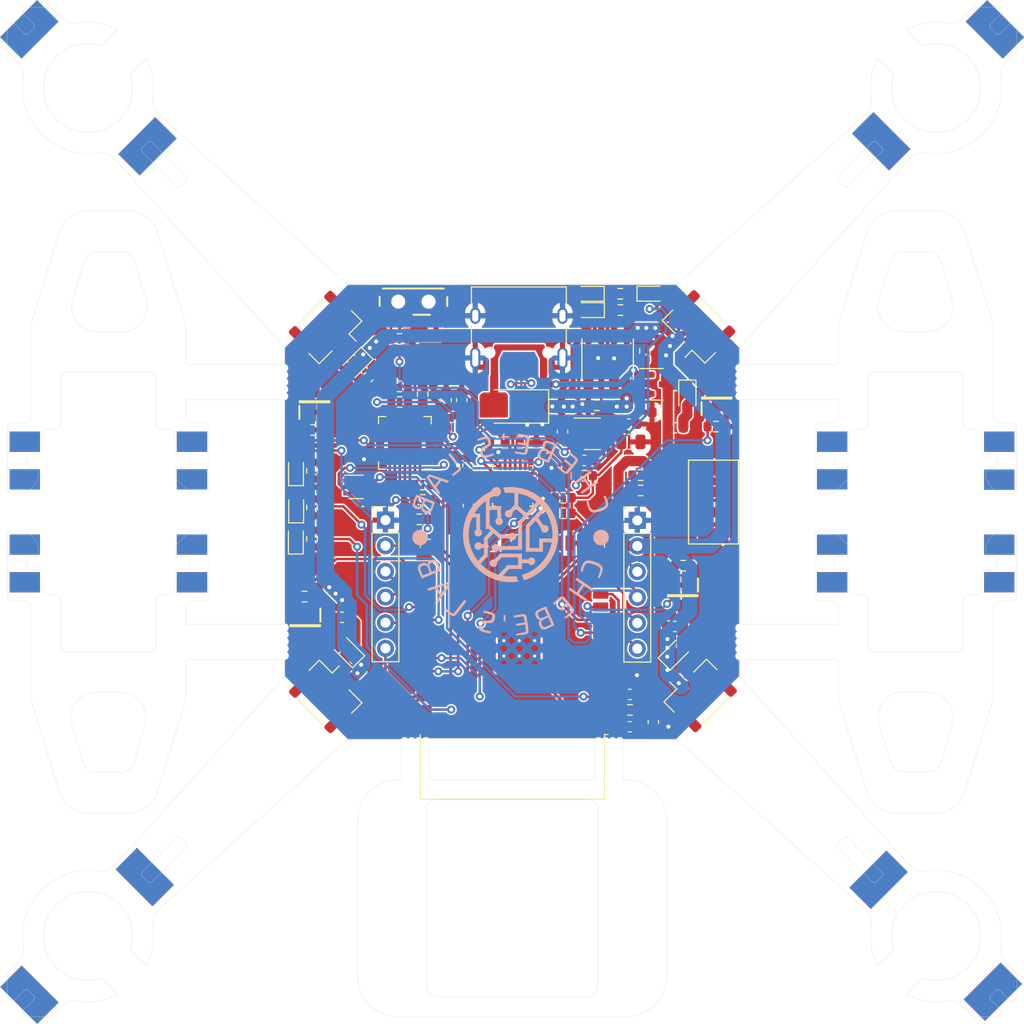
<source format=kicad_pcb>
(kicad_pcb (version 20240617) (generator "pcbnew") (generator_version "8.99")
  (layers (0 "F.Cu" signal) (31 "B.Cu" signal) (34 "B.Paste" user) (35 "F.Paste" user) (36 "B.SilkS" user "B.Silkscreen") (37 "F.SilkS" user "F.Silkscreen") (38 "B.Mask" user) (39 "F.Mask" user) (44 "Edge.Cuts" user))
  (net 0 "")
  (net 1 "VBUS")
  (net 2 "GND")
  (net 3 "Net-(U3-BP)")
  (net 4 "+3V3")
  (net 5 "+BATT")
  (net 6 "Net-(U6-VDD)")
  (net 7 "/EN")
  (net 8 "Net-(U9-REGOUT)")
  (net 9 "Net-(U9-CPOUT)")
  (net 10 "Net-(D2-A)")
  (net 11 "Net-(D3-A)")
  (net 12 "Net-(D4-A)")
  (net 13 "Net-(D5-A)")
  (net 14 "+5V")
  (net 15 "Net-(IC1-PROG)")
  (net 16 "Net-(IC1-~{STDBY})")
  (net 17 "Net-(IC1-~{CHRG})")
  (net 19 "/D+")
  (net 20 "/D-")
  (net 24 "/RXD2")
  (net 25 "/TXD2")
  (net 26 "/SDA")
  (net 27 "/SCL")
  (net 28 "/SRV_1")
  (net 29 "/SRV_2")
  (net 30 "/SRV_3")
  (net 31 "/SRV_4")
  (net 32 "Net-(LED1-A)")
  (net 33 "Net-(LED2-K)")
  (net 34 "Net-(LED3-K)")
  (net 35 "Net-(LED4-K)")
  (net 36 "/LED_1")
  (net 37 "Net-(LED5-K)")
  (net 38 "/LED_2")
  (net 39 "Net-(LED6-K)")
  (net 40 "/LED_3")
  (net 41 "/LDO_H")
  (net 42 "Net-(U6-VBUS)")
  (net 43 "Net-(U6-~{RST})")
  (net 44 "Net-(U6-TXD)")
  (net 45 "/RX")
  (net 46 "Net-(U6-RXD)")
  (net 47 "/TX")
  (net 48 "/IO0")
  (net 49 "Net-(U9-AD0)")
  (net 50 "/MOT_1")
  (net 51 "/MOT_2")
  (net 52 "/MOT_3")
  (net 53 "/MOT_4")
  (net 54 "LDO_EN")
  (net 55 "/ADC_BAT")
  (net 72 "/RTS")
  (net 74 "/DTR")
  (net 77 "/EXI5")
  (net 78 "/EXIO1")
  (net 85 "/EXIO2")
  (net 86 "/EXIO3")
  (net 87 "/EXIO4")
  (footprint "ESP32_TouchDown_lib:1mm hole" (layer "F.Cu") (at 153.4 98.67053)
    (property "Reference" "REF**" (hide yes))
    (property "Value" "1mm hole" (hide yes))
  )
  (footprint "ESP32_TouchDown_lib:1mm hole" (layer "F.Cu") (at 153.4 99.373686)
    (property "Reference" "REF**" (hide yes))
    (property "Value" "1mm hole" (hide yes))
  )
  (footprint "ESP32_TouchDown_lib:1mm hole" (layer "F.Cu") (at 140.856842 109.2 90)
    (property "Reference" "REF**" (hide yes))
    (property "Value" "1mm hole" (hide yes))
  )
  (footprint "ESP32_TouchDown_lib:1mm hole" (layer "F.Cu") (at 108.39 99.343686)
    (property "Reference" "REF**" (hide yes))
    (property "Value" "1mm hole" (hide yes))
  )
  (footprint "ESP32_TouchDown_lib:1mm hole" (layer "F.Cu") (at 163.19 74.366842)
    (property "Reference" "REF**" (hide yes))
    (property "Value" "1mm hole" (hide yes))
  )
  (footprint "Resistor_SMD:R_0603_1608Metric" (layer "F.Cu") (at 111.08055 86.05393 -90)
    (property "Reference" "R16" (hide yes))
    (property "Value" "1K")
  )
  (footprint "AddedLibraries:SOT95P237X112-3N" (layer "F.Cu") (at 110.41126 97.77222 -90)
    (property "Reference" "T1" (hide yes))
    (property "Value" "SI2302DS-T1" (hide yes))
  )
  (footprint "ESP32_TouchDown_lib:1mm hole" (layer "F.Cu") (at 153.4 100.076842)
    (property "Reference" "REF**" (hide yes))
    (property "Value" "1mm hole" (hide yes))
  )
  (footprint "ESP32_TouchDown_lib:1mm hole" (layer "F.Cu") (at 163.19 73.663686)
    (property "Reference" "REF**" (hide yes))
    (property "Value" "1mm hole" (hide yes))
  )
  (footprint "Capacitor_SMD:C_0603_1608Metric" (layer "F.Cu") (at 124.37618 75.43546 90)
    (property "Reference" "C7" (hide yes))
    (property "Value" "10uf")
  )
  (footprint "ESP32_TouchDown_lib:1mm hole" (layer "F.Cu") (at 98.6 97.96457)
    (property "Reference" "REF**" (hide yes))
    (property "Value" "1mm hole" (hide yes))
  )
  (footprint "Capacitor_SMD:C_0603_1608Metric" (layer "F.Cu") (at 144.89049 107.31246 90)
    (property "Reference" "C9" (hide yes))
    (property "Value" "10uf")
  )
  (footprint "Resistor_SMD:R_0603_1608Metric" (layer "F.Cu") (at 139.28217 75.93203 180)
    (property "Reference" "Rprog1" (hide yes))
    (property "Value" "3.3K")
  )
  (footprint "Resistor_SMD:R_0603_1608Metric" (layer "F.Cu") (at 135.97763 85.09635)
    (property "Reference" "R12" (hide yes))
    (property "Value" "10k")
  )
  (footprint "Capacitor_SMD:C_0603_1608Metric" (layer "F.Cu") (at 126.57963 85.8774 90)
    (property "Reference" "C13" (hide yes))
    (property "Value" "0.1uf")
  )
  (footprint "Resistor_SMD:R_0603_1608Metric" (layer "F.Cu") (at 111.08055 89.154 -90)
    (property "Reference" "R15" (hide yes))
    (property "Value" "1K")
  )
  (footprint "Resistor_SMD:R_0603_1608Metric" (layer "F.Cu") (at 119.76481 75.61834 180)
    (property "Reference" "R7" (hide yes))
    (property "Value" "10k")
  )
  (footprint "Capacitor_SMD:C_0805_2012Metric" (layer "F.Cu") (at 142.66545 79.56423)
    (property "Reference" "C3" (hide yes))
    (property "Value" "2.2uF")
  )
  (footprint "Resistor_SMD:R_0603_1608Metric" (layer "F.Cu") (at 142.57782 106.11231 180)
    (property "Reference" "R10" (hide yes))
    (property "Value" "10k")
  )
  (footprint "Resistor_SMD:R_0603_1608Metric" (layer "F.Cu") (at 132.48894 79.6417 180)
    (property "Reference" "R13" (hide yes))
    (property "Value" "4.7k")
  )
  (footprint "ESP32_TouchDown_lib:1mm hole" (layer "F.Cu") (at 163.19 72.96053)
    (property "Reference" "REF**" (hide yes))
    (property "Value" "1mm hole" (hide yes))
  )
  (footprint "ESP32_TouchDown_lib:1mm hole" (layer "F.Cu") (at 139.45053 113.01 90)
    (property "Reference" "REF**" (hide yes))
    (property "Value" "1mm hole" (hide yes))
  )
  (footprint "Connector_USB:USB_C_Receptacle_HRO_TYPE-C-31-M-12" (layer "F.Cu") (at 131.57073 68.12407 180)
    (property "Reference" "J1" (hide yes))
    (property "Value" "USB_C_Receptacle_USB2.0")
  )
  (footprint "Resistor_SMD:R_0603_1608Metric" (layer "F.Cu") (at 121.71426 87.2363 180)
    (property "Reference" "R11" (hide yes))
    (property "Value" "10k")
  )
  (footprint "ESP32_TouchDown_lib:1mm hole" (layer "F.Cu") (at 108.34 72.24457)
    (property "Reference" "REF**" (hide yes))
    (property "Value" "1mm hole" (hide yes))
  )
  (footprint "Package_TO_SOT_SMD:SOT-363_SC-70-6" (layer "F.Cu") (at 115.45189 84.02447)
    (property "Reference" "U7" (hide yes))
    (property "Value" "DDC114TU-7-F")
  )
  (footprint "ESP32_TouchDown_lib:1mm hole" (layer "F.Cu") (at 108.39 98.64053)
    (property "Reference" "REF**" (hide yes))
    (property "Value" "1mm hole" (hide yes))
  )
  (footprint "ESP32_TouchDown_lib:1mm hole" (layer "F.Cu") (at 163.2 97.97457)
    (property "Reference" "REF**" (hide yes))
    (property "Value" "1mm hole" (hide yes))
  )
  (footprint "AddedLibraries:QFN50P400X400X95-24N" (layer "F.Cu") (at 130.96094 83.93542 180)
    (property "Reference" "U9" (hide yes))
    (property "Value" "MPU-6050")
  )
  (footprint "ESP32_TouchDown_lib:1mm hole" (layer "F.Cu") (at 153.4 74.336842)
    (property "Reference" "REF**" (hide yes))
    (property "Value" "1mm hole" (hide yes))
  )
  (footprint "ESP32_TouchDown_lib:1mm hole" (layer "F.Cu") (at 163.2 99.373686)
    (property "Reference" "REF**" (hide yes))
    (property "Value" "1mm hole" (hide yes))
  )
  (footprint "ESP32_TouchDown_lib:1mm hole" (layer "F.Cu") (at 121.656842 109.2 90)
    (property "Reference" "REF**" (hide yes))
    (property "Value" "1mm hole" (hide yes))
  )
  (footprint "LED_SMD:LED_0603_1608Metric" (layer "F.Cu") (at 138.54716 66.51371 180)
    (property "Reference" "LED3" (hide yes))
    (property "Value" "CHG")
  )
  (footprint "Capacitor_SMD:C_0603_1608Metric" (layer "F.Cu") (at 142.45971 77.8002)
    (property "Reference" "C4" (hide yes))
    (property "Value" "10u")
  )
  (footprint "LED_SMD:LED_0603_1608Metric" (layer "F.Cu") (at 109.49559 82.41284 90)
    (property "Reference" "LED6" (hide yes))
    (property "Value" "LED")
  )
  (footprint "ESP32_TouchDown_lib:1mm hole" (layer "F.Cu") (at 120.953686 109.2 90)
    (property "Reference" "REF**" (hide yes))
    (property "Value" "1mm hole" (hide yes))
  )
  (footprint "LED_SMD:LED_0603_1608Metric" (layer "F.Cu") (at 144.75841 64.88684)
    (property "Reference" "LED1" (hide yes))
    (property "Value" "POW_LED")
  )
  (footprint "ESP32_TouchDown_lib:1mm hole" (layer "F.Cu") (at 140.856842 113.01 90)
    (property "Reference" "REF**" (hide yes))
    (property "Value" "1mm hole" (hide yes))
  )
  (footprint "Package_DFN_QFN:QFN-28-1EP_5x5mm_P0.5mm_EP3.35x3.35mm" (layer "F.Cu") (at 120.27916 79.66456 180)
    (property "Reference" "U6" (hide yes))
    (property "Value" "CP2102N-Axx-xQFN28")
  )
  (footprint "RF_Module:ESP32-WROOM-32" (layer "F.Cu") (at 130.92811 99.10145 180)
    (property "Reference" "U8" (hide yes))
    (property "Value" "ESP32-WROOM-32")
  )
  (footprint "Capacitor_SMD:C_0603_1608Metric" (layer "F.Cu") (at 145.53692 76.63307 180)
    (property "Reference" "C5" (hide yes))
    (property "Value" "10uF")
  )
  (footprint "ESP32_TouchDown_lib:1mm hole" (layer "F.Cu") (at 98.6 98.66053)
    (property "Reference" "REF**" (hide yes))
    (property "Value" "1mm hole" (hide yes))
  )
  (footprint "AddedLibraries:CUS-12B" (layer "F.Cu") (at 121.125 65.675 180)
    (property "Reference" "SW1" (hide yes))
    (property "Value" "K3-1280S-F1")
  )
  (footprint "ESP32_TouchDown_lib:1mm hole" (layer "F.Cu") (at 141.56 113.01 90)
    (property "Reference" "REF**" (hide yes))
    (property "Value" "1mm hole" (hide yes))
  )
  (footprint "Diode_SMD:D_SOD-323" (layer "F.Cu") (at 147.02409 100.51034 45)
    (property "Reference" "D5" (hide yes))
    (property "Value" "1N4148W")
  )
  (footprint "ESP32_TouchDown_lib:1mm hole" (layer "F.Cu") (at 122.35 113 90)
    (property "Reference" "REF**" (hide yes))
    (property "Value" "1mm hole" (hide yes))
  )
  (footprint "Resistor_SMD:R_0603_1608Metric" (layer "F.Cu") (at 122.04827 74.82586 90)
    (property "Reference" "R6" (hide yes))
    (property "Value" "22.1k")
  )
  (footprint "ESP32_TouchDown_lib:1mm hole" (layer "F.Cu") (at 98.62 74.366842)
    (property "Reference" "REF**" (hide yes))
    (property "Value" "1mm hole" (hide yes))
  )
  (footprint "ESP32_TouchDown_lib:1mm hole" (layer "F.Cu") (at 153.4 72.93053)
    (property "Reference" "REF**" (hide yes))
    (property "Value" "1mm hole" (hide yes))
  )
  (footprint "Resistor_SMD:R_0603_1608Metric" (layer "F.Cu") (at 111.20628 78.38694 180)
    (property "Reference" "R19" (hide yes))
    (property "Value" "10k")
  )
  (footprint "Capacitor_SMD:C_0603_1608Metric" (layer "F.Cu") (at 116.67617 73.152 -135)
    (property "Reference" "C16" (hide yes))
    (property "Value" "1uf")
  )
  (footprint "ESP32_TouchDown_lib:1mm hole" (layer "F.Cu") (at 163.2 98.67053)
    (property "Reference" "REF**" (hide yes))
    (property "Value" "1mm hole" (hide yes))
  )
  (footprint "Resistor_SMD:R_0603_1608Metric" (layer "F.Cu") (at 143.63573 84.37626)
    (property "Reference" "U5" (hide yes))
    (property "Value" "100K")
  )
  (footprint "Resistor_SMD:R_0603_1608Metric" (layer "F.Cu") (at 111.07293 82.423 -90)
    (property "Reference" "R17" (hide yes))
    (property "Value" "1K")
  )
  (footprint "Resistor_SMD:R_0603_1608Metric" (layer "F.Cu") (at 135.97763 86.63432)
    (property "Reference" "R14" (hide yes))
    (property "Value" "10k")
  )
  (footprint "ESP32_TouchDown_lib:1mm hole" (layer "F.Cu") (at 121.646842 113 90)
    (property "Reference" "REF**" (hide yes))
    (property "Value" "1mm hole" (hide yes))
  )
  (footprint "ESP32_TouchDown_lib:1mm hole" (layer "F.Cu") (at 108.39 100.75)
    (property "Reference" "REF**" (hide yes))
    (property "Value" "1mm hole" (hide yes))
  )
  (footprint "ESP32_TouchDown_lib:1mm hole" (layer "F.Cu") (at 108.34 72.94053)
    (property "Reference" "REF**" (hide yes))
    (property "Value" "1mm hole" (hide yes))
  )
  (footprint "Capacitor_SMD:C_0603_1608Metric" (layer "F.Cu") (at 125.90907 75.42784 90)
    (property "Reference" "C6" (hide yes))
    (property "Value" "0.1uf")
  )
  (footprint "Resistor_SMD:R_0603_1608Metric" (layer "F.Cu") (at 141.6304 66.51117 180)
    (property "Reference" "R4" (hide yes))
    (property "Value" "1.3K")
  )
  (footprint "ESP32_TouchDown_lib:1mm hole" (layer "F.Cu") (at 98.62 72.96053)
    (property "Reference" "REF**" (hide yes))
    (property "Value" "1mm hole" (hide yes))
  )
  (footprint "Capacitor_SMD:C_0603_1608Metric" (layer "F.Cu") (at 138.06424 81.40319 180)
    (property "Reference" "C2" (hide yes))
    (property "Value" "470pF")
  )
  (footprint "Resistor_SMD:R_0603_1608Metric" (layer "F.Cu") (at 147.84451 91.82989)
    (property "Reference" "R21" (hide yes))
    (property "Value" "10k")
  )
  (footprint "ESP32_TouchDown_lib:1mm hole" (layer "F.Cu") (at 98.62 73.663686)
    (property "Reference" "REF**" (hide yes))
    (property "Value" "1mm hole" (hide yes))
  )
  (footprint "Resistor_SMD:R_0603_1608Metric" (layer "F.Cu") (at 110.34522 94.88805)
    (property "Reference" "R18" (hide yes))
    (property "Value" "10k")
  )
  (footprint "Capacitor_SMD:C_0603_1608Metric" (layer "F.Cu") (at 125.18644 78.12913)
    (property "Reference" "C8" (hide yes))
    (property "Value" "1uf")
  )
  (footprint "Capacitor_SMD:C_0603_1608Metric" (layer "F.Cu") (at 147.08632 78.16596)
    (property "Reference" "C17" (hide yes))
    (property "Value" "1uf")
  )
  (footprint "AddedLibraries:SOT95P237X112-3N" (layer "F.Cu") (at 147.80768 94.79661 -90)
    (property "Reference" "T4" (hide yes))
    (property "Value" "SI2302DS-T1" (hide yes))
  )
  (footprint "ESP32_TouchDown_lib:1mm hole" (layer "F.Cu") (at 108.34 74.346842)
    (property "Reference" "REF**" (hide yes))
    (property "Value" "1mm hole" (hide yes))
  )
  (footprint "Connector_JST:JST_GH_SM02B-GHS-TB_1x02-1MP_P1.25mm_Horizontal" (layer "F.Cu") (at 112.69726 68.50253 -135)
    (property "Reference" "J5" (hide yes))
    (property "Value" "Conn_01x02_Female")
  )
  (footprint "ESP32_TouchDown_lib:1mm hole" (layer "F.Cu") (at 98.62 72.26457)
    (property "Reference" "REF**" (hide yes))
    (property "Value" "1mm hole" (hide yes))
  )
  (footprint "ESP32_TouchDown_lib:1mm hole" (layer "F.Cu") (at 153.4 73.633686)
    (property "Reference" "REF**" (hide yes))
    (property "Value" "1mm hole" (hide yes))
  )
  (footprint "ESP32_TouchDown_lib:1mm hole" (layer "F.Cu") (at 153.4 100.78)
    (property "Reference" "REF**" (hide yes))
    (property "Value" "1mm hole" (hide yes))
  )
  (footprint "AddedLibraries:SOT95P237X112-3N" (layer "F.Cu") (at 111.32947 75.59294 90)
    (property "Reference" "T2" (hide yes))
    (property "Value" "SI2302DS-T1" (hide yes))
  )
  (footprint "Resistor_SMD:R_0603_1608Metric" (layer "F.Cu") (at 143.63573 82.85607 180)
    (property "Reference" "U4" (hide yes))
    (property "Value" "100K")
  )
  (footprint "Resistor_SMD:R_0603_1608Metric" (layer "F.Cu") (at 119.74322 74.06894)
    (property "Reference" "R5" (hide yes))
    (property "Value" "47.5k")
  )
  (footprint "ESP32_TouchDown_lib:1mm hole" (layer "F.Cu") (at 153.4 97.97457)
    (property "Reference" "REF**" (hide yes))
    (property "Value" "1mm hole" (hide yes))
  )
  (footprint "ESP32_TouchDown_lib:1mm hole" (layer "F.Cu") (at 108.39 97.94457)
    (property "Reference" "REF**" (hide yes))
    (property "Value" "1mm hole" (hide yes))
  )
  (footprint "Diode_SMD:D_SOD-323" (layer "F.Cu") (at 115.48872 71.85533 -135)
    (property "Reference" "D3" (hide yes))
    (property "Value" "1N4148W")
  )
  (footprint "ESP32_TouchDown_lib:1mm hole" (layer "F.Cu") (at 108.34 73.643686)
    (property "Reference" "REF**" (hide yes))
    (property "Value" "1mm hole" (hide yes))
  )
  (footprint "Capacitor_SMD:C_0603_1608Metric" (layer "F.Cu") (at 142.56161 107.77982)
    (property "Reference" "C10" (hide yes))
    (property "Value" "1uf")
  )
  (footprint "Connector_JST:JST_GH_SM02B-GHS-TB_1x02-1MP_P1.25mm_Horizontal" (layer "F.Cu") (at 149.25421 104.41305 45)
    (property "Reference" "J4" (hide yes))
    (property "Value" "Conn_01x02_Female")
  )
  (footprint "ESP32_TouchDown_lib:1mm hole" (layer "F.Cu") (at 163.2 100.076842)
    (property "Reference" "REF**" (hide yes))
    (property "Value" "1mm hole" (hide yes))
  )
  (footprint "ESP32_TouchDown_lib:1mm hole" (layer "F.Cu") (at 122.36 109.2 90)
    (property "Reference" "REF**" (hide yes))
    (property "Value" "1mm hole" (hide yes))
  )
  (footprint "ESP32_TouchDown_lib:1mm hole" (layer "F.Cu") (at 98.62 75.07)
    (property "Reference" "REF**" (hide yes))
    (property "Value" "1mm hole" (hide yes))
  )
  (footprint "Diode_SMD:D_SOD-323" (layer "F.Cu") (at 148.26107 74.94397 -90)
    (property "Reference" "D4" (hide yes))
    (property "Value" "1N4148W")
  )
  (footprint "Resistor_SMD:R_0603_1608Metric" (layer "F.Cu") (at 138.07313 82.91957)
    (property "Reference" "R1" (hide yes))
    (property "Value" "470R")
  )
  (footprint "ESP32_TouchDown_lib:1mm hole" (layer "F.Cu") (at 120.24053 113 90)
    (property "Reference" "REF**" (hide yes))
    (property "Value" "1mm hole" (hide yes))
  )
  (footprint "ESP32_TouchDown_lib:1mm hole" (layer "F.Cu") (at 98.6 100.77)
    (property "Reference" "REF**" (hide yes))
    (property "Value" "1mm hole" (hide yes))
  )
  (footprint "ESP32_TouchDown_lib:1mm hole" (layer "F.Cu") (at 153.4 72.23457)
    (property "Reference" "REF**" (hide yes))
    (property "Value" "1mm hole" (hide yes))
  )
  (footprint "ESP32_TouchDown_lib:1mm hole" (layer "F.Cu") (at 120.943686 113 90)
    (property "Reference" "REF**" (hide yes))
    (property "Value" "1mm hole" (hide yes))
  )
  (footprint "Capacitor_SMD:C_0603_1608Metric" (layer "F.Cu") (at 147.02917 97.84588)
    (property "Reference" "C18" (hide yes))
    (property "Value" "1uf")
  )
  (footprint "Capacitor_SMD:C_0603_1608Metric" (layer "F.Cu") (at 142.56258 104.58069)
    (property "Reference" "C11" (hide yes))
    (property "Value" "0.1uf")
  )
  (footprint "Capacitor_SMD:C_0603_1608Metric" (layer "F.Cu") (at 126.53264 81.88833 90)
    (property "Reference" "C14" (hide yes))
    (property "Value" "10uf")
  )
  (footprint "Resistor_SMD:R_0603_1608Metric" (layer "F.Cu") (at 122.05081 83.78952)
    (property "Reference" "R8" (hide yes))
    (property "Value" "1k")
  )
  (footprint "AddedLibraries:SOT95P237X112-3N" (layer "F.Cu") (at 151.16937 75.22464 90)
    (property "Reference" "T3" (hide yes))
    (property "Value" "SI2302DS-T1" (hide yes))
  )
  (footprint "Resistor_SMD:R_0603_1608Metric" (layer "F.Cu") (at 144.06118 70.56755 90)
    (property "Reference" "U1" (hide yes))
    (property "Value" "100K")
  )
  (footprint "AddedLibraries:SM4-CON" (layer "F.Cu") (at 150.375 85.575 -90)
    (property "Reference" "J3" (hide yes))
    (property "Value" "B2B-PH-SM4-TB(LF)(SN)")
  )
  (footprint "LED_SMD:LED_0603_1608Metric" (layer "F.Cu") (at 109.51464 86.09997 90)
    (property "Reference" "LED5" (hide yes))
    (property "Value" "LED")
  )
  (footprint "ESP32_TouchDown_lib:1mm hole" (layer "F.Cu") (at 108.39 100.046842)
    (property "Reference" "REF**" (hide yes))
    (property "Value" "1mm hole" (hide yes))
  )
  (footprint "Resistor_SMD:R_0603_1608Metric" (layer "F.Cu") (at 141.62278 64.89573 180)
    (property "Reference" "R3" (hide yes))
    (property "Value" "1.3K")
  )
  (footprint "Package_TO_SOT_SMD:SOT-23-5" (layer "F.Cu") (at 138.85037 78.7654)
    (property "Reference" "U3" (hide yes))
    (property "Value" "MIC5219-3.3YM5")
  )
  (footprint "Connector_PinHeader_2.54mm:PinHeader_1x06_P2.54mm_Vertical" (layer "F.Cu") (at 118.35892 87.31377)
    (property "Reference" "J8" (hide yes))
    (property "Value" "Conn_01x06_Female" (hide yes))
  )
  (footprint "ESP32_TouchDown_lib:1mm hole" (layer "F.Cu") (at 153.4 75.04)
    (property "Reference" "REF**" (hide yes))
    (property "Value" "1mm hole" (hide yes))
  )
  (footprint "Resistor_SMD:R_0603_1608Metric" (layer "F.Cu") (at 119.74195 69.36486 180)
    (property "Reference" "R2" (hide yes))
    (property "Value" "100K")
  )
  (footprint "ESP32_TouchDown_lib:1mm hole" (layer "F.Cu") (at 98.6 99.363686)
    (property "Reference" "REF**" (hide yes))
    (property "Value" "1mm hole" (hide yes))
  )
  (footprint "Diode_SMD:D_SMA" (layer "F.Cu") (at 131.12242 76.05649 180)
    (property "Reference" "D1" (hide yes))
    (property "Value" "SS34")
  )
  (footprint "ESP32_TouchDown_lib:1mm hole" (layer "F.Cu") (at 120.25053 109.2 90)
    (property "Reference" "REF**" (hide yes))
    (property "Value" "1mm hole" (hide yes))
  )
  (footprint "Capacitor_SMD:C_0603_1608Metric" (layer "F.Cu") (at 129.44221 79.63535 180)
    (property "Reference" "C12" (hide yes))
    (property "Value" "0.1uf")
  )
  (footprint "Resistor_SMD:R_0603_1608Metric" (layer "F.Cu") (at 151.08428 78.04785 180)
    (property "Reference" "R20" (hide yes))
    (property "Value" "10k")
  )
  (footprint "ESP32_TouchDown_lib:1mm hole" (layer "F.Cu") (at 139.45053 109.2 90)
    (property "Reference" "REF**" (hide yes))
    (property "Value" "1mm hole" (hide yes))
  )
  (footprint "Capacitor_SMD:C_0603_1608Metric" (layer "F.Cu") (at 135.90397 78.55204 -90)
    (property "Reference" "C1" (hide yes))
    (property "Value" "10u")
  )
  (footprint "ESP32_TouchDown_lib:1mm hole" (layer "F.Cu") (at 98.6 100.066842)
    (property "Reference" "REF**" (hide yes))
    (property "Value" "1mm hole" (hide yes))
  )
  (footprint "LED_SMD:LED_0603_1608Metric" (layer "F.Cu") (at 138.53668 64.89827 180)
    (property "Reference" "LED2" (hide yes))
    (property "Value" "CHG")
  )
  (footprint "AddedLibraries:SOP127P600X175-9N" (layer "F.Cu") (at 140.36167 71.37527 90)
    (property "Reference" "IC1" (hide yes))
    (property "Value" "TP4056")
  )
  (footprint "Connector_JST:JST_GH_SM02B-GHS-TB_1x02-1MP_P1.25mm_Horizontal" (layer "F.Cu") (at 149.10054 68.44284 135)
    (property "Reference" "J6" (hide yes))
    (property "Value" "Conn_01x02_Female")
  )
  (footprint "ESP32_TouchDown_lib:1mm hole" (layer "F.Cu") (at 108.34 75.05)
    (property "Reference" "REF**" (hide yes))
    (property "Value" "1mm hole" (hide yes))
  )
  (footprint "LED_SMD:LED_0603_1608Metric" (layer "F.Cu") (at 109.48162 89.18353 90)
    (property "Reference" "LED4" (hide yes))
    (property "Value" "LED")
  )
  (footprint "ESP32_TouchDown_lib:1mm hole" (layer "F.Cu") (at 163.2 100.78)
    (property "Reference" "REF**" (hide yes))
    (property "Value" "1mm hole" (hide yes))
  )
  (footprint "Package_TO_SOT_SMD:SOT-23" (layer "F.Cu") (at 145.2245 73.86066)
    (property "Reference" "U2" (hide yes))
    (property "Value" "AO3401")
  )
  (footprint "ESP32_TouchDown_lib:1mm hole" (layer "F.Cu") (at 140.153686 113.01 90)
    (property "Reference" "REF**" (hide yes))
    (property "Value" "1mm hole" (hide yes))
  )
  (footprint "ESP32_TouchDown_lib:1mm hole" (layer "F.Cu") (at 140.153686 109.2 90)
    (property "Reference" "REF**" (hide yes))
    (property "Value" "1mm hole" (hide yes))
  )
  (footprint "ESP32_TouchDown_lib:1mm hole" (layer "F.Cu") (at 163.19 75.07)
    (property "Reference" "REF**" (hide yes))
    (property "Value" "1mm hole" (hide yes))
  )
  (footprint "ESP32_TouchDown_lib:1mm hole" (layer "F.Cu") (at 141.56 109.2 90)
    (property "Reference" "REF**" (hide yes))
    (property "Value" "1mm hole" (hide yes))
  )
  (footprint "ESP32_TouchDown_lib:1mm hole" (layer "F.Cu") (at 163.19 72.26457)
    (property "Reference" "REF**" (hide yes))
    (property "Value" "1mm hole" (hide yes))
  )
  (footprint "Connector_JST:JST_GH_SM02B-GHS-TB_1x02-1MP_P1.25mm_Horizontal" (layer "F.Cu") (at 112.7125 104.50576 -45)
    (property "Reference" "J2" (hide yes))
    (property "Value" "Conn_01x02_Female")
  )
  (footprint "Capacitor_SMD:C_0603_1608Metric" (layer "F.Cu") (at 114.05108 96.94164 180)
    (property "Reference" "C15" (hide yes))
    (property "Value" "1uf")
  )
  (footprint "Resistor_SMD:R_0603_1608Metric" (layer "F.Cu") (at 122.04954 85.30971)
    (property "Reference" "R9" (hide yes))
    (property "Value" "1k")
  )
  (footprint "Connector_PinHeader_2.54mm:PinHeader_1x06_P2.54mm_Vertical" (layer "F.Cu") (at 143.30299 87.34171)
    (property "Reference" "J9" (hide yes))
    (property "Value" "Conn_01x06_Female" (hide yes))
  )
  (footprint "Diode_SMD:D_SOD-323" (layer "F.Cu") (at 114.63655 100.28682 135)
    (property "Reference" "D2" (hide yes))
    (property "Value" "1N4148W")
  )
  (footprint "AddedLibraries:CHEBE'S-LAB-LOGO" (layer "B.Cu") (at 130.75 88.75 180)
    (property "Reference" "G***")
    (property "Value" "LOGO" (hide yes))
  )
  (gr_poly (pts (xy 100.69741 78.54899) (xy 97.69742 78.54899) (xy 97.69742 80.54899) (xy 100.69741 80.54899)) (fill solid) (layer "F.Cu"))
  (gr_poly (pts (xy 175.83994 37.939282) (xy 179.50389 41.604502) (xy 181.62098 39.478522) (xy 177.96211 35.817112)) (fill solid) (layer "F.Cu"))
  (gr_poly (pts (xy 85.98916 135.09244) (xy 82.32521 131.42722) (xy 80.20812 133.5532) (xy 83.86699 137.21461)) (fill solid) (layer "F.Cu"))
  (gr_poly (pts (xy 84.13737 82.28279) (xy 81.13738 82.28279) (xy 81.13738 84.28279) (xy 84.13737 84.28279)) (fill solid) (layer "F.Cu"))
  (gr_poly (pts (xy 100.69741 82.28279) (xy 97.69742 82.28279) (xy 97.69742 84.28279) (xy 100.69741 84.28279)) (fill solid) (layer "F.Cu"))
  (gr_poly (pts (xy 84.13737 92.46819) (xy 81.13738 92.46819) (xy 81.13738 94.46819) (xy 84.13737 94.46819)) (fill solid) (layer "F.Cu"))
  (gr_poly (pts (xy 94.013711 53.175414) (xy 97.678931 49.511464) (xy 95.552951 47.394374) (xy 91.891541 51.053244)) (fill solid) (layer "F.Cu"))
  (gr_poly (pts (xy 82.30997 41.59631) (xy 85.97519 37.93236) (xy 83.84921 35.81527) (xy 80.1878 39.47414)) (fill solid) (layer "F.Cu"))
  (gr_poly (pts (xy 180.65737 82.30184) (xy 177.65738 82.30184) (xy 177.65738 84.30184) (xy 180.65737 84.30184)) (fill solid) (layer "F.Cu"))
  (gr_poly (pts (xy 84.13737 88.73439) (xy 81.13738 88.73439) (xy 81.13738 90.73439) (xy 84.13737 90.73439)) (fill solid) (layer "F.Cu"))
  (gr_poly (pts (xy 84.13737 78.54899) (xy 81.13738 78.54899) (xy 81.13738 80.54899) (xy 84.13737 80.54899)) (fill solid) (layer "F.Cu"))
  (gr_poly (pts (xy 164.09657 92.46819) (xy 161.09658 92.46819) (xy 161.09658 94.46819) (xy 164.09657 94.46819)) (fill solid) (layer "F.Cu"))
  (gr_poly (pts (xy 164.574045 49.020737) (xy 168.237995 52.685957) (xy 170.355085 50.559977) (xy 166.696215 46.898567)) (fill solid) (layer "F.Cu"))
  (gr_poly (pts (xy 164.09657 82.28279) (xy 161.09658 82.28279) (xy 161.09658 84.28279) (xy 164.09657 84.28279)) (fill solid) (layer "F.Cu"))
  (gr_poly (pts (xy 100.69741 88.73439) (xy 97.69742 88.73439) (xy 97.69742 90.73439) (xy 100.69741 90.73439)) (fill solid) (layer "F.Cu"))
  (gr_poly (pts (xy 180.65737 92.46184) (xy 177.65738 92.46184) (xy 177.65738 94.46184) (xy 180.65737 94.46184)) (fill solid) (layer "F.Cu"))
  (gr_poly (pts (xy 100.69741 92.46819) (xy 97.69742 92.46819) (xy 97.69742 94.46819) (xy 100.69741 94.46819)) (fill solid) (layer "F.Cu"))
  (gr_poly (pts (xy 167.966213 120.047966) (xy 164.300993 123.711916) (xy 166.426973 125.829006) (xy 170.088383 122.170136)) (fill solid) (layer "F.Cu"))
  (gr_poly (pts (xy 179.287742 131.128072) (xy 175.622522 134.792022) (xy 177.748502 136.909112) (xy 181.409912 133.250242)) (fill solid) (layer "F.Cu"))
  (gr_poly (pts (xy 180.65737 78.54899) (xy 177.65738 78.54899) (xy 177.65738 80.54899) (xy 180.65737 80.54899)) (fill solid) (layer "F.Cu"))
  (gr_poly (pts (xy 180.65737 88.73439) (xy 177.65738 88.73439) (xy 177.65738 90.73439) (xy 180.65737 90.73439)) (fill solid) (layer "F.Cu"))
  (gr_poly (pts (xy 164.09657 78.54899) (xy 161.09658 78.54899) (xy 161.09658 80.54899) (xy 164.09657 80.54899)) (fill solid) (layer "F.Cu"))
  (gr_poly (pts (xy 97.411917 123.437451) (xy 93.747967 119.772231) (xy 91.630877 121.898211) (xy 95.289747 125.559621)) (fill solid) (layer "F.Cu"))
  (gr_poly (pts (xy 164.09657 88.73439) (xy 161.09658 88.73439) (xy 161.09658 90.73439) (xy 164.09657 90.73439)) (fill solid) (layer "F.Cu"))
  (gr_poly (pts (xy 168.227882 52.684779) (xy 164.562662 49.020829) (xy 166.688642 46.903739) (xy 170.350052 50.562609)) (fill solid) (layer "B.Cu"))
  (gr_poly (pts (xy 84.13521 78.54975) (xy 81.13522 78.54975) (xy 81.13522 80.54975) (xy 84.13521 80.54975)) (fill solid) (layer "B.Cu"))
  (gr_poly (pts (xy 84.13521 88.73515) (xy 81.13522 88.73515) (xy 81.13522 90.73515) (xy 84.13521 90.73515)) (fill solid) (layer "B.Cu"))
  (gr_poly (pts (xy 180.65521 92.4626) (xy 177.65522 92.4626) (xy 177.65522 94.4626) (xy 180.65521 94.4626)) (fill solid) (layer "B.Cu"))
  (gr_poly (pts (xy 180.65521 78.54975) (xy 177.65522 78.54975) (xy 177.65522 80.54975) (xy 180.65521 80.54975)) (fill solid) (layer "B.Cu"))
  (gr_poly (pts (xy 180.65521 88.73515) (xy 177.65522 88.73515) (xy 177.65522 90.73515) (xy 180.65521 90.73515)) (fill solid) (layer "B.Cu"))
  (gr_poly (pts (xy 179.284972 131.139272) (xy 175.619752 134.803222) (xy 177.745732 136.920312) (xy 181.407142 133.261442)) (fill solid) (layer "B.Cu"))
  (gr_poly (pts (xy 97.41012 123.438588) (xy 93.74617 119.773368) (xy 91.62908 121.899348) (xy 95.28795 125.560758)) (fill solid) (layer "B.Cu"))
  (gr_poly (pts (xy 164.09441 88.73515) (xy 161.09442 88.73515) (xy 161.09442 90.73515) (xy 164.09441 90.73515)) (fill solid) (layer "B.Cu"))
  (gr_poly (pts (xy 167.970803 120.041992) (xy 164.305583 123.705942) (xy 166.431563 125.823032) (xy 170.092973 122.164162)) (fill solid) (layer "B.Cu"))
  (gr_poly (pts (xy 164.09441 92.46895) (xy 161.09442 92.46895) (xy 161.09442 94.46895) (xy 164.09441 94.46895)) (fill solid) (layer "B.Cu"))
  (gr_poly (pts (xy 82.31124 41.59758) (xy 85.97646 37.93363) (xy 83.85048 35.81654) (xy 80.18907 39.47541)) (fill solid) (layer "B.Cu"))
  (gr_poly (pts (xy 94.014981 53.176684) (xy 97.680201 49.512734) (xy 95.554221 47.395644) (xy 91.892811 51.054514)) (fill solid) (layer "B.Cu"))
  (gr_poly (pts (xy 100.69525 88.73515) (xy 97.69526 88.73515) (xy 97.69526 90.73515) (xy 100.69525 90.73515)) (fill solid) (layer "B.Cu"))
  (gr_poly (pts (xy 164.09441 82.28355) (xy 161.09442 82.28355) (xy 161.09442 84.28355) (xy 164.09441 84.28355)) (fill solid) (layer "B.Cu"))
  (gr_poly (pts (xy 179.483713 41.601388) (xy 175.818493 37.937438) (xy 177.944473 35.820348) (xy 181.605883 39.479218)) (fill solid) (layer "B.Cu"))
  (gr_poly (pts (xy 84.13521 82.28355) (xy 81.13522 82.28355) (xy 81.13522 84.28355) (xy 84.13521 84.28355)) (fill solid) (layer "B.Cu"))
  (gr_poly (pts (xy 84.13521 92.46895) (xy 81.13522 92.46895) (xy 81.13522 94.46895) (xy 84.13521 94.46895)) (fill solid) (layer "B.Cu"))
  (gr_poly (pts (xy 100.69525 78.54975) (xy 97.69526 78.54975) (xy 97.69526 80.54975) (xy 100.69525 80.54975)) (fill solid) (layer "B.Cu"))
  (gr_poly (pts (xy 85.987363 135.093577) (xy 82.323413 131.428357) (xy 80.206323 133.554337) (xy 83.865193 137.215747)) (fill solid) (layer "B.Cu"))
  (gr_poly (pts (xy 100.69525 92.46895) (xy 97.69526 92.46895) (xy 97.69526 94.46895) (xy 100.69525 94.46895)) (fill solid) (layer "B.Cu"))
  (gr_poly (pts (xy 100.69525 82.28355) (xy 97.69526 82.28355) (xy 97.69526 84.28355) (xy 100.69525 84.28355)) (fill solid) (layer "B.Cu"))
  (gr_poly (pts (xy 164.09441 78.54975) (xy 161.09442 78.54975) (xy 161.09442 80.54975) (xy 164.09441 80.54975)) (fill solid) (layer "B.Cu"))
  (gr_poly (pts (xy 180.65521 82.3026) (xy 177.65522 82.3026) (xy 177.65522 84.3026) (xy 180.65521 84.3026)) (fill solid) (layer "B.Cu"))
  (gr_arc (start 89.744997 112.289635) (mid 88.937928 112.034254) (end 88.445001 111.346067) (stroke (width 0.0254)) (layer "Edge.Cuts"))
  (gr_arc (start 95.10218 72.67372) (mid 95.455635 72.820132) (end 95.60204 73.17359) (stroke (width 0.0254)) (layer "Edge.Cuts"))
  (gr_arc (start 81.96174 88.34323) (mid 83.375954 88.929016) (end 83.96174 90.34323) (stroke (width 0.0254)) (layer "Edge.Cuts"))
  (gr_line (start 83.96174 82.6737) (end 83.96174 82.07375) (stroke (width 0.0254)) (layer "Edge.Cuts"))
  (gr_line (start 108.39755 97.61652) (end 98.6023 97.61652) (stroke (width 0.0254)) (layer "Edge.Cuts"))
  (gr_arc (start 177.43323 94.19336) (mid 177.286821 94.546821) (end 176.93336 94.69323) (stroke (width 0.0254)) (layer "Edge.Cuts"))
  (gr_line (start 97.46158 92.2434) (end 97.46158 94.19336) (stroke (width 0.0254)) (layer "Edge.Cuts"))
  (gr_line (start 81.43774 37.96817) (end 80.89748 38.50843) (stroke (width 0.0254)) (layer "Edge.Cuts"))
  (gr_line (start 83.96174 90.94343) (end 83.96174 90.34323) (stroke (width 0.0254)) (layer "Edge.Cuts"))
  (gr_line (start 97.46158 78.82357) (end 97.46158 80.77378) (stroke (width 0.0254)) (layer "Edge.Cuts"))
  (gr_arc (start 167.53129 50.44186) (mid 167.613116 50.614349) (end 167.549525 50.79436) (stroke (width 0.0254)) (layer "Edge.Cuts"))
  (gr_arc (start 82.4705 129.48056) (mid 84.285193 123.92837) (end 89.824564 122.074913) (stroke (width 0.0254)) (layer "Edge.Cuts"))
  (gr_arc (start 163.2834 82.07375) (mid 162.929755 81.927265) (end 162.78327 81.57362) (stroke (width 0.0254)) (layer "Edge.Cuts"))
  (gr_arc (start 146.19758 132.5085) (mid 145.02601 135.33692) (end 142.19759 136.50849) (stroke (width 0.0254)) (layer "Edge.Cuts"))
  (gr_line (start 82.81162 91.74328) (end 82.81162 91.4433) (stroke (width 0.0254)) (layer "Edge.Cuts"))
  (gr_line (start 98.6023 104.58094) (end 98.6023 101.11638) (stroke (width 0.0254)) (layer "Edge.Cuts"))
  (gr_arc (start 164.070152 54.276373) (mid 163.89 54.34) (end 163.717419 54.258013) (stroke (width 0.0254)) (layer "Edge.Cuts"))
  (gr_line (start 162.73323 84.67369) (end 164.23336 83.17357) (stroke (width 0.0254)) (layer "Edge.Cuts"))
  (gr_arc (start 96.10217 78.32369) (mid 95.748532 78.177208) (end 95.60205 77.82357) (stroke (width 0.0254)) (layer "Edge.Cuts"))
  (gr_arc (start 98.46793 67.54901) (mid 98.568337 67.987453) (end 98.602059 68.43598) (stroke (width 0.0254)) (layer "Edge.Cuts"))
  (gr_arc (start 98.665118 53.335878) (mid 98.728745 53.516034) (end 98.646758 53.688611) (stroke (width 0.0254)) (layer "Edge.Cuts"))
  (gr_line (start 176.6029 136.50849) (end 178.89754 136.50849) (stroke (width 0.0254)) (layer "Edge.Cuts"))
  (gr_arc (start 180.39741 88.34323) (mid 180.751049 88.489718) (end 180.89753 88.84336) (stroke (width 0.0254)) (layer "Edge.Cuts"))
  (gr_line (start 100.42576 77.67371) (end 99.10217 77.67371) (stroke (width 0.0254)) (layer "Edge.Cuts"))
  (gr_arc (start 95.18346 123.16054) (mid 95.003305 123.224152) (end 94.830727 123.14218) (stroke (width 0.0254)) (layer "Edge.Cuts"))
  (gr_line (start 94.26372 122.57507) (end 94.830727 123.14218) (stroke (width 0.0254)) (layer "Edge.Cuts"))
  (gr_arc (start 179.83327 84.67369) (mid 178.41907 84.087903) (end 177.83329 82.6737) (stroke (width 0.0254)) (layer "Edge.Cuts"))
  (gr_arc (start 81.39761 95.34322) (mid 81.044149 95.196811) (end 80.89774 94.84335) (stroke (width 0.0254)) (layer "Edge.Cuts"))
  (gr_arc (start 178.26457 134.79475) (mid 178.191601 134.61194) (end 178.273666 134.433028) (stroke (width 0.0254)) (layer "Edge.Cuts"))
  (gr_line (start 153.39746 101.11638) (end 163.19272 101.11638) (stroke (width 0.0254)) (layer "Edge.Cuts"))
  (gr_line (start 83.3115 90.94343) (end 83.96174 90.94343) (stroke (width 0.0254)) (layer "Edge.Cuts"))
  (gr_line (start 81.39761 84.67369) (end 81.96174 84.67369) (stroke (width 0.0254)) (layer "Edge.Cuts"))
  (gr_line (start 108.39755 101.11638) (end 108.39755 102.76891) (stroke (width 0.0254)) (layer "Edge.Cuts"))
  (gr_arc (start 82.72095 95.34322) (mid 83.074582 95.489705) (end 83.22106 95.84334) (stroke (width 0.0254)) (layer "Edge.Cuts"))
  (gr_line (start 99.01174 91.4433) (end 99.01174 91.74328) (stroke (width 0.0254)) (layer "Edge.Cuts"))
  (gr_arc (start 166.69284 100.34321) (mid 166.339379 100.196801) (end 166.19297 99.84334) (stroke (width 0.0254)) (layer "Edge.Cuts"))
  (gr_line (start 84.36153 92.2434) (end 83.3115 92.2434) (stroke (width 0.0254)) (layer "Edge.Cuts"))
  (gr_arc (start 139.39749 133.5085) (mid 139.104593 134.2156) (end 138.39749 134.50849) (stroke (width 0.0254)) (layer "Edge.Cuts"))
  (gr_arc (start 88.93277 116.34089) (mid 87.152449 115.755524) (end 86.066887 114.227861) (stroke (width 0.0254)) (layer "Edge.Cuts"))
  (gr_arc (start 123.39752 134.50849) (mid 122.69042 134.2156) (end 122.39753 133.5085) (stroke (width 0.0254)) (layer "Edge.Cuts"))
  (gr_line (start 172.86224 56.67604) (end 168.90442 56.67604) (stroke (width 0.0254)) (layer "Edge.Cuts"))
  (gr_line (start 160.86913 88.84336) (end 160.86913 94.84335) (stroke (width 0.0254)) (layer "Edge.Cuts"))
  (gr_line (start 178.57394 77.17358) (end 178.57394 68.43598) (stroke (width 0.0254)) (layer "Edge.Cuts"))
  (gr_line (start 98.6023 75.40041) (end 108.39755 75.40041) (stroke (width 0.0254)) (layer "Edge.Cuts"))
  (gr_arc (start 171.97426 122.07443) (mid 171.008264 121.975464) (end 170.202724 121.433202) (stroke (width 0.0254)) (layer "Edge.Cuts"))
  (gr_arc (start 100.92589 94.84335) (mid 100.779405 95.196995) (end 100.42576 95.34348) (stroke (width 0.0254)) (layer "Edge.Cuts"))
  (gr_line (start 141.84757 109.00842) (end 147.15795 109.00842) (stroke (width 0.0254)) (layer "Edge.Cuts"))
  (gr_arc (start 95.6023 95.19336) (mid 95.748709 94.839899) (end 96.10217 94.69349) (stroke (width 0.0254)) (layer "Edge.Cuts"))
  (gr_arc (start 174.47 65.4) (mid 174.094098 67.622739) (end 172.081948 68.639165) (stroke (width 0.0254)) (layer "Edge.Cuts"))
  (gr_arc (start 172.081952 60.71953) (mid 172.889023 60.974909) (end 173.381948 61.663098) (stroke (width 0.0254)) (layer "Edge.Cuts"))
  (gr_line (start 175.57395 73.17359) (end 175.57395 77.82357) (stroke (width 0.0254)) (layer "Edge.Cuts"))
  (gr_line (start 82.35722 37.04895) (end 83.53044 38.22217) (stroke (width 0.0254)) (layer "Edge.Cuts"))
  (gr_line (start 95.6023 73.17359) (end 95.6023 77.82357) (stroke (width 0.0254)) (layer "Edge.Cuts"))
  (gr_arc (start 83.35518 105.46791) (mid 83.254781 105.029466) (end 83.221063 104.58094) (stroke (width 0.0254)) (layer "Edge.Cuts"))
  (gr_line (start 139.39749 116.0084) (end 139.39749 133.5085) (stroke (width 0.0254)) (layer "Edge.Cuts"))
  (gr_arc (start 173.392929 111.321817) (mid 172.899999 112.010001) (end 172.092933 112.265385) (stroke (width 0.0254)) (layer "Edge.Cuts"))
  (gr_line (start 95.10218 100.34321) (end 86.72094 100.34321) (stroke (width 0.0254)) (layer "Edge.Cuts"))
  (gr_arc (start 178.48326 80.77378) (mid 178.836721 80.920189) (end 178.98313 81.27365) (stroke (width 0.0254)) (layer "Edge.Cuts"))
  (gr_line (start 86.20329 37.51961) (end 85.19211 36.50844) (stroke (width 0.0254)) (layer "Edge.Cuts"))
  (gr_line (start 86.22107 99.84334) (end 86.22107 95.19336) (stroke (width 0.0254)) (layer "Edge.Cuts"))
  (gr_arc (start 100.42576 77.67371) (mid 100.779221 77.820119) (end 100.92563 78.17358) (stroke (width 0.0254)) (layer "Edge.Cuts"))
  (gr_line (start 179.83327 84.67369) (end 180.39741 84.67369) (stroke (width 0.0254)) (layer "Edge.Cuts"))
  (gr_line (start 86.72094 72.67372) (end 95.10218 72.67372) (stroke (width 0.0254)) (layer "Edge.Cuts"))
  (gr_line (start 166.69284 72.67372) (end 175.07382 72.67372) (stroke (width 0.0254)) (layer "Edge.Cuts"))
  (gr_arc (start 85.72094 94.69323) (mid 86.074585 94.839715) (end 86.22107 95.19336) (stroke (width 0.0254)) (layer "Edge.Cuts"))
  (gr_arc (start 89.78 68.65987) (mid 87.76785 67.643444) (end 87.391948 65.420705) (stroke (width 0.0254)) (layer "Edge.Cuts"))
  (gr_line (start 108.39755 75.40041) (end 108.39755 97.61652) (stroke (width 0.0254)) (layer "Edge.Cuts"))
  (gr_line (start 98.6023 101.11638) (end 108.39755 101.11638) (stroke (width 0.0254)) (layer "Edge.Cuts"))
  (gr_line (start 86.22107 77.82357) (end 86.22107 73.17359) (stroke (width 0.0254)) (layer "Edge.Cuts"))
  (gr_arc (start 87.92541 38.08146) (mid 89.942311 38.09289) (end 91.858612 38.722026) (stroke (width 0.0254)) (layer "Edge.Cuts"))
  (gr_arc (start 83.22107 77.17358) (mid 83.074588 77.527218) (end 82.72095 77.6737) (stroke (width 0.0254)) (layer "Edge.Cuts"))
  (gr_arc (start 167.53129 50.44186) (mid 167.240588 50.165383) (end 166.964112 49.874679) (stroke (width 0.0254)) (layer "Edge.Cuts"))
  (gr_line (start 89.839997 60.740235) (end 92.230004 60.740235) (stroke (width 0.0254)) (layer "Edge.Cuts"))
  (gr_line (start 180.35702 135.04875) (end 180.89753 134.50849) (stroke (width 0.0254)) (layer "Edge.Cuts"))
  (gr_arc (start 89.82075 50.94249) (mid 90.786746 51.041456) (end 91.592286 51.583718) (stroke (width 0.0254)) (layer "Edge.Cuts"))
  (gr_line (start 84.36153 80.77378) (end 84.36153 78.82357) (stroke (width 0.0254)) (layer "Edge.Cuts"))
  (gr_line (start 177.83328 90.34323) (end 177.83328 90.94343) (stroke (width 0.0254)) (layer "Edge.Cuts"))
  (gr_line (start 153.39746 75.40041) (end 163.19272 75.40041) (stroke (width 0.0254)) (layer "Edge.Cuts"))
  (gr_arc (start 99.01174 81.57362) (mid 98.865258 81.927258) (end 98.51162 82.07374) (stroke (width 0.0254)) (layer "Edge.Cuts"))
  (gr_line (start 108.39755 102.76891) (end 91.59215 121.43308) (stroke (width 0.0254)) (layer "Edge.Cuts"))
  (gr_arc (start 97.46158 94.19336) (mid 97.315171 94.546821) (end 96.96171 94.69323) (stroke (width 0.0254)) (layer "Edge.Cuts"))
  (gr_line (start 178.57394 104.58094) (end 178.57394 95.84334) (stroke (width 0.0254)) (layer "Edge.Cuts"))
  (gr_line (start 98.51162 92.2434) (end 97.46158 92.2434) (stroke (width 0.0254)) (layer "Edge.Cuts"))
  (gr_arc (start 163.19272 68.43598) (mid 163.226439 67.987455) (end 163.326837 67.549012) (stroke (width 0.0254)) (layer "Edge.Cuts"))
  (gr_line (start 95.18351 123.160585) (end 98.661496 119.677256) (stroke (width 0.0254)) (layer "Edge.Cuts"))
  (gr_line (start 163.19272 97.61652) (end 153.39746 97.61652) (stroke (width 0.0254)) (layer "Edge.Cuts"))
  (gr_arc (start 82.47152 129.4859) (mid 82.395004 130.411484) (end 81.908699 131.202729) (stroke (width 0.0254)) (layer "Edge.Cuts"))
  (gr_arc (start 91.59215 121.43308) (mid 90.786684 121.975296) (end 89.820775 122.074258) (stroke (width 0.0254)) (layer "Edge.Cuts"))
  (gr_line (start 141.84757 113.00841) (end 141.84757 109.00842) (stroke (width 0.0254)) (layer "Edge.Cuts"))
  (gr_arc (start 122.39752 116.0084) (mid 122.690417 115.3013) (end 123.39752 115.00841) (stroke (width 0.0254)) (layer "Edge.Cuts"))
  (gr_line (start 179.1838 133.87553) (end 180.35702 135.04875) (stroke (width 0.0254)) (layer "Edge.Cuts"))
  (gr_arc (start 84.36153 78.82357) (mid 84.508011 78.469918) (end 84.86166 78.32343) (stroke (width 0.0254)) (layer "Edge.Cuts"))
  (gr_line (start 83.53044 134.79501) (end 82.35722 135.96823) (stroke (width 0.0254)) (layer "Edge.Cuts"))
  (gr_line (start 99.06153 84.67369) (end 100.42576 84.67369) (stroke (width 0.0254)) (layer "Edge.Cuts"))
  (gr_arc (start 82.81162 81.27365) (mid 82.958031 80.920181) (end 83.3115 80.77377) (stroke (width 0.0254)) (layer "Edge.Cuts"))
  (gr_arc (start 168.391949 61.663098) (mid 168.884876 60.974911) (end 169.691945 60.71953) (stroke (width 0.0254)) (layer "Edge.Cuts"))
  (gr_line (start 85.72094 94.69323) (end 84.86166 94.69323) (stroke (width 0.0254)) (layer "Edge.Cuts"))
  (gr_line (start 94.618052 65.420705) (end 93.53 61.683803) (stroke (width 0.0254)) (layer "Edge.Cuts"))
  (gr_line (start 164.23336 89.84336) (end 162.73323 88.34323) (stroke (width 0.0254)) (layer "Edge.Cuts"))
  (gr_line (start 164.23336 82.07375) (end 163.2834 82.07375) (stroke (width 0.0254)) (layer "Edge.Cuts"))
  (gr_line (start 98.51162 82.07375) (end 97.56166 82.07375) (stroke (width 0.0254)) (layer "Edge.Cuts"))
  (gr_line (start 82.81162 81.57362) (end 82.81162 81.27365) (stroke (width 0.0254)) (layer "Edge.Cuts"))
  (gr_line (start 98.643256 119.324741) (end 98.076249 118.757631) (stroke (width 0.0254)) (layer "Edge.Cuts"))
  (gr_line (start 179.4378 135.96823) (end 178.26457 134.79501) (stroke (width 0.0254)) (layer "Edge.Cuts"))
  (gr_line (start 82.72095 77.67371) (end 81.39761 77.67371) (stroke (width 0.0254)) (layer "Edge.Cuts"))
  (gr_line (start 168.71188 43.1513) (end 167.11016 41.54957) (stroke (width 0.0254)) (layer "Edge.Cuts"))
  (gr_arc (start 80.89748 78.17358) (mid 81.043965 77.819935) (end 81.39761 77.67345) (stroke (width 0.0254)) (layer "Edge.Cuts"))
  (gr_line (start 163.19272 75.40041) (end 163.19272 77.17358) (stroke (width 0.0254)) (layer "Edge.Cuts"))
  (gr_line (start 162.78327 91.74328) (end 162.78327 91.4433) (stroke (width 0.0254)) (layer "Edge.Cuts"))
  (gr_line (start 180.89753 134.50849) (end 180.89753 132.21386) (stroke (width 0.0254)) (layer "Edge.Cuts"))
  (gr_line (start 169.691945 60.71953) (end 172.081952 60.71953) (stroke (width 0.0254)) (layer "Edge.Cuts"))
  (gr_line (start 166.19271 99.84334) (end 166.19271 95.19336) (stroke (width 0.0254)) (layer "Edge.Cuts"))
  (gr_line (start 122.64746 109.00842) (end 122.64746 113.00841) (stroke (width 0.0254)) (layer "Edge.Cuts"))
  (gr_arc (start 165.82213 125.81382) (mid 166.364346 126.619286) (end 166.463308 127.585195) (stroke (width 0.0254)) (layer "Edge.Cuts"))
  (gr_line (start 164.33343 80.77378) (end 164.33343 78.82357) (stroke (width 0.0254)) (layer "Edge.Cuts"))
  (gr_arc (start 176.93336 78.32369) (mid 177.286829 78.470101) (end 177.43324 78.82357) (stroke (width 0.0254)) (layer "Edge.Cuts"))
  (gr_arc (start 179.88636 131.20268) (mid 179.400073 130.411462) (end 179.323561 129.485909) (stroke (width 0.0254)) (layer "Edge.Cuts"))
  (gr_line (start 94.68485 41.54957) (end 93.08288 43.1513) (stroke (width 0.0254)) (layer "Edge.Cuts"))
  (gr_line (start 170.20286 121.43308) (end 153.39746 102.76891) (stroke (width 0.0254)) (layer "Edge.Cuts"))
  (gr_arc (start 178.98339 81.57362) (mid 178.836905 81.927265) (end 178.48326 82.07375) (stroke (width 0.0254)) (layer "Edge.Cuts"))
  (gr_line (start 80.89748 88.84336) (end 80.89748 94.84335) (stroke (width 0.0254)) (layer "Edge.Cuts"))
  (gr_line (start 166.19271 77.82357) (end 166.19271 73.17359) (stroke (width 0.0254)) (layer "Edge.Cuts"))
  (gr_line (start 97.56166 83.17357) (end 99.06153 84.67369) (stroke (width 0.0254)) (layer "Edge.Cuts"))
  (gr_line (start 119.94744 109.00842) (end 119.94744 113.00841) (stroke (width 0.0254)) (layer "Edge.Cuts"))
  (gr_line (start 171.54043 132.69392) (end 169.93845 134.2959) (stroke (width 0.0254)) (layer "Edge.Cuts"))
  (gr_arc (start 94.8309 49.87468) (mid 94.556404 50.16267) (end 94.267927 50.436654) (stroke (width 0.0254)) (layer "Edge.Cuts"))
  (gr_line (start 81.96174 88.34323) (end 81.39761 88.34323) (stroke (width 0.0254)) (layer "Edge.Cuts"))
  (gr_line (start 146.19758 132.5085) (end 146.19758 117.0084) (stroke (width 0.0254)) (layer "Edge.Cuts"))
  (gr_line (start 165.69284 94.69323) (end 164.8333 94.69323) (stroke (width 0.0254)) (layer "Edge.Cuts"))
  (gr_line (start 179.4378 37.04895) (end 178.89754 36.50844) (stroke (width 0.0254)) (layer "Edge.Cuts"))
  (gr_arc (start 162.69285 95.34322) (mid 163.046488 95.489702) (end 163.19297 95.84334) (stroke (width 0.0254)) (layer "Edge.Cuts"))
  (gr_arc (start 167.110162 131.467609) (mid 166.485562 129.574644) (end 166.463985 127.581411) (stroke (width 0.0254)) (layer "Edge.Cuts"))
  (gr_arc (start 87.92007 38.08247) (mid 86.99449 38.005955) (end 86.203248 37.519652) (stroke (width 0.0254)) (layer "Edge.Cuts"))
  (gr_line (start 161.36925 84.67369) (end 162.73323 84.67369) (stroke (width 0.0254)) (layer "Edge.Cuts"))
  (gr_arc (start 98.51162 90.94343) (mid 98.865075 91.089842) (end 99.01148 91.4433) (stroke (width 0.0254)) (layer "Edge.Cuts"))
  (gr_line (start 99.10217 95.34322) (end 100.42576 95.34322) (stroke (width 0.0254)) (layer "Edge.Cuts"))
  (gr_arc (start 99.01174 91.74328) (mid 98.865255 92.096912) (end 98.51162 92.24339) (stroke (width 0.0254)) (layer "Edge.Cuts"))
  (gr_line (start 85.19211 36.50844) (end 82.89748 36.50844) (stroke (width 0.0254)) (layer "Edge.Cuts"))
  (gr_line (start 165.82213 47.20311) (end 147.15795 64.00851) (stroke (width 0.0254)) (layer "Edge.Cuts"))
  (gr_line (start 87.296948 107.609165) (end 88.445001 111.346067) (stroke (width 0.0254)) (layer "Edge.Cuts"))
  (gr_line (start 177.43323 92.2434) (end 177.43323 94.19336) (stroke (width 0.0254)) (layer "Edge.Cuts"))
  (gr_arc (start 142.19759 113.00841) (mid 145.02601 114.17998) (end 146.19758 117.0084) (stroke (width 0.0254)) (layer "Edge.Cuts"))
  (gr_arc (start 166.03879 58.78906) (mid 167.124272 57.261569) (end 168.90442 56.676271) (stroke (width 0.0254)) (layer "Edge.Cuts"))
  (gr_line (start 168.90442 116.34089) (end 172.86224 116.34089) (stroke (width 0.0254)) (layer "Edge.Cuts"))
  (gr_line (start 163.19272 68.43598) (end 163.19272 71.90054) (stroke (width 0.0254)) (layer "Edge.Cuts"))
  (gr_line (start 82.89748 36.50844) (end 82.35722 37.04895) (stroke (width 0.0254)) (layer "Edge.Cuts"))
  (gr_arc (start 93.08211 43.14876) (mid 85.788919 47.622411) (end 90.249788 40.321395) (stroke (width 0.0254)) (layer "Edge.Cuts"))
  (gr_line (start 81.90865 131.20268) (end 80.89748 132.21386) (stroke (width 0.0254)) (layer "Edge.Cuts"))
  (gr_arc (start 88.540001 61.683803) (mid 89.032928 60.995616) (end 89.839997 60.740235) (stroke (width 0.0254)) (layer "Edge.Cuts"))
  (gr_line (start 80.89748 78.17358) (end 80.89748 84.17357) (stroke (width 0.0254)) (layer "Edge.Cuts"))
  (gr_line (start 167.54964 122.222455) (end 164.066311 118.744469) (stroke (width 0.0254)) (layer "Edge.Cuts"))
  (gr_line (start 87.391948 65.420705) (end 88.540001 61.683803) (stroke (width 0.0254)) (layer "Edge.Cuts"))
  (gr_line (start 84.36153 94.19336) (end 84.36153 92.2434) (stroke (width 0.0254)) (layer "Edge.Cuts"))
  (gr_arc (start 166.19271 77.82357) (mid 166.046298 78.177025) (end 165.69284 78.32343) (stroke (width 0.0254)) (layer "Edge.Cuts"))
  (gr_line (start 163.19272 101.11638) (end 163.19272 104.58094) (stroke (width 0.0254)) (layer "Edge.Cuts"))
  (gr_line (start 175.57395 95.19336) (end 175.57395 99.84334) (stroke (width 0.0254)) (layer "Edge.Cuts"))
  (gr_line (start 123.24741 64.00851) (end 138.54761 64.00851) (stroke (width 0.0254)) (layer "Edge.Cuts"))
  (gr_line (start 153.39746 71.90054) (end 153.39746 70.24802) (stroke (width 0.0254)) (layer "Edge.Cuts"))
  (gr_line (start 88.93277 116.34089) (end 92.89034 116.34089) (stroke (width 0.0254)) (layer "Edge.Cuts"))
  (gr_arc (start 167.54933 122.22251) (mid 167.613011 122.402572) (end 167.531095 122.575105) (stroke (width 0.0254)) (layer "Edge.Cuts"))
  (gr_arc (start 171.98163 122.07342) (mid 177.517697 123.936471) (end 179.322701 129.491735) (stroke (width 0.0254)) (layer "Edge.Cuts"))
  (gr_line (start 83.35518 105.46791) (end 86.06689 114.22812) (stroke (width 0.0254)) (layer "Edge.Cuts"))
  (gr_line (start 95.97289 125.81382) (end 114.63706 109.00842) (stroke (width 0.0254)) (layer "Edge.Cuts"))
  (gr_arc (start 83.96174 82.6737) (mid 83.37595 84.087907) (end 81.96174 84.67369) (stroke (width 0.0254)) (layer "Edge.Cuts"))
  (gr_arc (start 83.3115 82.07375) (mid 82.957848 81.927269) (end 82.81136 81.57362) (stroke (width 0.0254)) (layer "Edge.Cuts"))
  (gr_arc (start 94.8309 49.87468) (mid 95.003395 49.792847) (end 95.183415 49.85644) (stroke (width 0.0254)) (layer "Edge.Cuts"))
  (gr_arc (start 162.78327 81.27365) (mid 162.929755 80.920005) (end 163.2834 80.77352) (stroke (width 0.0254)) (layer "Edge.Cuts"))
  (gr_arc (start 177.83328 90.34323) (mid 178.419064 88.929024) (end 179.83327 88.34324) (stroke (width 0.0254)) (layer "Edge.Cuts"))
  (gr_arc (start 178.57394 104.58094) (mid 178.540221 105.029465) (end 178.439823 105.467908) (stroke (width 0.0254)) (layer "Edge.Cuts"))
  (gr_line (start 92.89034 56.67604) (end 88.93277 56.67604) (stroke (width 0.0254)) (layer "Edge.Cuts"))
  (gr_arc (start 84.86166 94.69323) (mid 84.508199 94.546821) (end 84.36179 94.19336) (stroke (width 0.0254)) (layer "Edge.Cuts"))
  (gr_line (start 122.64746 113.00841) (end 139.14755 113.00841) (stroke (width 0.0254)) (layer "Edge.Cuts"))
  (gr_arc (start 81.39761 84.67369) (mid 81.043972 84.527208) (end 80.89749 84.17357) (stroke (width 0.0254)) (layer "Edge.Cuts"))
  (gr_line (start 97.56166 90.94343) (end 98.51162 90.94343) (stroke (width 0.0254)) (layer "Edge.Cuts"))
  (gr_line (start 169.702926 112.265385) (end 172.092933 112.265385) (stroke (width 0.0254)) (layer "Edge.Cuts"))
  (gr_line (start 81.39761 95.34322) (end 82.72095 95.34322) (stroke (width 0.0254)) (layer "Edge.Cuts"))
  (gr_line (start 119.59743 136.50849) (end 142.19759 136.50849) (stroke (width 0.0254)) (layer "Edge.Cuts"))
  (gr_line (start 178.98339 91.4433) (end 178.98339 91.74328) (stroke (width 0.0254)) (layer "Edge.Cuts"))
  (gr_line (start 163.2834 90.94343) (end 164.23336 90.94343) (stroke (width 0.0254)) (layer "Edge.Cuts"))
  (gr_line (start 177.43323 80.77378) (end 178.48326 80.77378) (stroke (width 0.0254)) (layer "Edge.Cuts"))
  (gr_line (start 167.243896 65.4) (end 168.391949 61.663098) (stroke (width 0.0254)) (layer "Edge.Cuts"))
  (gr_line (start 177.83328 90.94343) (end 178.48326 90.94343) (stroke (width 0.0254)) (layer "Edge.Cuts"))
  (gr_line (start 83.22107 95.84334) (end 83.22107 104.58094) (stroke (width 0.0254)) (layer "Edge.Cuts"))
  (gr_line (start 98.6023 71.90054) (end 98.6023 68.43598) (stroke (width 0.0254)) (layer "Edge.Cuts"))
  (gr_line (start 90.25459 40.32301) (end 91.85656 38.72103) (stroke (width 0.0254)) (layer "Edge.Cuts"))
  (gr_arc (start 160.86913 88.84336) (mid 161.015612 88.489722) (end 161.36925 88.34324) (stroke (width 0.0254)) (layer "Edge.Cuts"))
  (gr_arc (start 180.89753 94.84335) (mid 180.751048 95.196988) (end 180.39741 95.34347) (stroke (width 0.0254)) (layer "Edge.Cuts"))
  (gr_arc (start 98.643256 119.324741) (mid 98.725071 119.497237) (end 98.661496 119.677256) (stroke (width 0.0254)) (layer "Edge.Cuts"))
  (gr_arc (start 171.53789 40.32377) (mid 176.011569 47.616934) (end 168.710501 43.156166) (stroke (width 0.0254)) (layer "Edge.Cuts"))
  (gr_arc (start 82.97114 39.1348) (mid 83.240738 38.851693) (end 83.523845 38.582095) (stroke (width 0.0254)) (layer "Edge.Cuts"))
  (gr_arc (start 138.39749 115.00841) (mid 139.10459 115.3013) (end 139.39748 116.0084) (stroke (width 0.0254)) (layer "Edge.Cuts"))
  (gr_arc (start 83.52663 38.21811) (mid 83.603713 38.402232) (end 83.521587 38.584161) (stroke (width 0.0254)) (layer "Edge.Cuts"))
  (gr_line (start 163.151814 53.692484) (end 163.718821 54.259594) (stroke (width 0.0254)) (layer "Edge.Cuts"))
  (gr_line (start 108.39755 70.24802) (end 108.39755 71.90054) (stroke (width 0.0254)) (layer "Edge.Cuts"))
  (gr_line (start 83.3115 80.77378) (end 84.36153 80.77378) (stroke (width 0.0254)) (layer "Edge.Cuts"))
  (gr_arc (start 166.96411 123.14225) (mid 166.791621 123.224076) (end 166.61161 123.160485) (stroke (width 0.0254)) (layer "Edge.Cuts"))
  (gr_arc (start 178.98339 91.74328) (mid 178.836902 92.096919) (end 178.48326 92.2434) (stroke (width 0.0254)) (layer "Edge.Cuts"))
  (gr_line (start 178.98339 81.27365) (end 178.98339 81.57362) (stroke (width 0.0254)) (layer "Edge.Cuts"))
  (gr_arc (start 163.713796 118.762709) (mid 163.886292 118.680894) (end 164.066311 118.744469) (stroke (width 0.0254)) (layer "Edge.Cuts"))
  (gr_line (start 80.89748 40.80307) (end 81.90865 41.81424) (stroke (width 0.0254)) (layer "Edge.Cuts"))
  (gr_arc (start 83.52384 134.43483) (mid 83.240736 134.165234) (end 82.971141 133.88213) (stroke (width 0.0254)) (layer "Edge.Cuts"))
  (gr_arc (start 178.57394 95.84334) (mid 178.720352 95.489885) (end 179.07381 95.34348) (stroke (width 0.0254)) (layer "Edge.Cuts"))
  (gr_arc (start 163.151814 53.692484) (mid 163.07 53.52) (end 163.133574 53.339969) (stroke (width 0.0254)) (layer "Edge.Cuts"))
  (gr_line (start 92.135 104.37) (end 89.685 104.37) (stroke (width 0.0254)) (layer "Edge.Cuts"))
  (gr_line (start 179.88636 41.81424) (end 180.89753 40.80307) (stroke (width 0.0254)) (layer "Edge.Cuts"))
  (gr_line (start 97.56166 82.07375) (end 97.56166 83.17357) (stroke (width 0.0254)) (layer "Edge.Cuts"))
  (gr_line (start 97.46158 80.77378) (end 98.51162 80.77378) (stroke (width 0.0254)) (layer "Edge.Cuts"))
  (gr_arc (start 95.75623 114.22786) (mid 94.670669 115.755533) (end 92.89034 116.340904) (stroke (width 0.0254)) (layer "Edge.Cuts"))
  (gr_arc (start 94.24543 50.79441) (mid 94.18182 50.614345) (end 94.26367 50.441805) (stroke (width 0.0254)) (layer "Edge.Cuts"))
  (gr_arc (start 179.07381 77.67371) (mid 178.720165 77.527225) (end 178.57368 77.17358) (stroke (width 0.0254)) (layer "Edge.Cuts"))
  (gr_arc (start 100.92589 84.17357) (mid 100.779402 84.527209) (end 100.42576 84.67369) (stroke (width 0.0254)) (layer "Edge.Cuts"))
  (gr_arc (start 83.3115 92.2434) (mid 82.957855 92.096922) (end 82.81137 91.74328) (stroke (width 0.0254)) (layer "Edge.Cuts"))
  (gr_arc (start 180.89753 84.17357) (mid 180.751045 84.527202) (end 180.39741 84.67368) (stroke (width 0.0254)) (layer "Edge.Cuts"))
  (gr_arc (start 170.20286 51.58384) (mid 171.008326 51.041624) (end 171.974235 50.942662) (stroke (width 0.0254)) (layer "Edge.Cuts"))
  (gr_line (start 114.63706 64.00851) (end 95.97289 47.20311) (stroke (width 0.0254)) (layer "Edge.Cuts"))
  (gr_line (start 178.26457 38.22217) (end 179.4378 37.04895) (stroke (width 0.0254)) (layer "Edge.Cuts"))
  (gr_arc (start 162.78327 91.4433) (mid 162.929755 91.089655) (end 163.2834 90.94317) (stroke (width 0.0254)) (layer "Edge.Cuts"))
  (gr_line (start 83.96174 82.07375) (end 83.3115 82.07375) (stroke (width 0.0254)) (layer "Edge.Cuts"))
  (gr_arc (start 178.271155 38.582107) (mid 178.553183 38.850624) (end 178.821809 39.132547) (stroke (width 0.0254)) (layer "Edge.Cuts"))
  (gr_line (start 176.07382 78.32369) (end 176.93336 78.32369) (stroke (width 0.0254)) (layer "Edge.Cuts"))
  (gr_arc (start 169.702926 112.265385) (mid 168.895857 112.010004) (end 168.40293 111.321817) (stroke (width 0.0254)) (layer "Edge.Cuts"))
  (gr_line (start 122.39752 133.5085) (end 122.39752 116.0084) (stroke (width 0.0254)) (layer "Edge.Cuts"))
  (gr_arc (start 97.724918 118.740852) (mid 97.905074 118.677225) (end 98.077651 118.759212) (stroke (width 0.0254)) (layer "Edge.Cuts"))
  (gr_line (start 161.36925 95.34322) (end 162.69285 95.34322) (stroke (width 0.0254)) (layer "Edge.Cuts"))
  (gr_arc (start 163.2834 92.2434) (mid 162.929762 92.096918) (end 162.78328 91.74328) (stroke (width 0.0254)) (layer "Edge.Cuts"))
  (gr_line (start 98.6023 97.61652) (end 98.6023 95.84334) (stroke (width 0.0254)) (layer "Edge.Cuts"))
  (gr_line (start 98.6023 77.17358) (end 98.6023 75.40041) (stroke (width 0.0254)) (layer "Edge.Cuts"))
  (gr_arc (start 95.33154 127.58522) (mid 95.430506 126.619224) (end 95.972768 125.813684) (stroke (width 0.0254)) (layer "Edge.Cuts"))
  (gr_arc (start 178.27346 38.58412) (mid 178.191475 38.405061) (end 178.264609 38.222209) (stroke (width 0.0254)) (layer "Edge.Cuts"))
  (gr_line (start 169.93845 38.72103) (end 171.54043 40.32301) (stroke (width 0.0254)) (layer "Edge.Cuts"))
  (gr_arc (start 178.48326 90.94343) (mid 178.836721 91.089839) (end 178.98313 91.4433) (stroke (width 0.0254)) (layer "Edge.Cuts"))
  (gr_arc (start 164.33343 78.82357) (mid 164.479835 78.470102) (end 164.8333 78.32369) (stroke (width 0.0254)) (layer "Edge.Cuts"))
  (gr_arc (start 92.135 104.37) (mid 94.147151 105.386426) (end 94.523052 107.609165) (stroke (width 0.0254)) (layer "Edge.Cuts"))
  (gr_arc (start 163.129907 119.681047) (mid 163.06628 119.500891) (end 163.148267 119.328314) (stroke (width 0.0254)) (layer "Edge.Cuts"))
  (gr_line (start 175.07382 100.34321) (end 166.69284 100.34321) (stroke (width 0.0254)) (layer "Edge.Cuts"))
  (gr_line (start 177.43323 78.82357) (end 177.43323 80.77378) (stroke (width 0.0254)) (layer "Edge.Cuts"))
  (gr_line (start 180.39741 77.67371) (end 179.07381 77.67371) (stroke (width 0.0254)) (layer "Edge.Cuts"))
  (gr_arc (start 115.59744 117.0084) (mid 116.76901 114.17998) (end 119.59743 113.00841) (stroke (width 0.0254)) (layer "Edge.Cuts"))
  (gr_line (start 153.39746 97.61652) (end 153.39746 75.40041) (stroke (width 0.0254)) (layer "Edge.Cuts"))
  (gr_arc (start 178.82185 133.88442) (mid 179.000909 133.802435) (end 179.183761 133.875569) (stroke (width 0.0254)) (layer "Edge.Cuts"))
  (gr_arc (start 98.6023 104.58094) (mid 98.568576 105.029503) (end 98.468161 105.467981) (stroke (width 0.0254)) (layer "Edge.Cuts"))
  (gr_arc (start 86.22107 73.17359) (mid 86.367479 72.820129) (end 86.72094 72.67372) (stroke (width 0.0254)) (layer "Edge.Cuts"))
  (gr_arc (start 164.8333 94.69323) (mid 164.479839 94.546821) (end 164.33343 94.19336) (stroke (width 0.0254)) (layer "Edge.Cuts"))
  (gr_arc (start 82.61122 133.87553) (mid 82.79403 133.802561) (end 82.972942 133.884626) (stroke (width 0.0254)) (layer "Edge.Cuts"))
  (gr_line (start 147.15795 109.00842) (end 165.82213 125.81382) (stroke (width 0.0254)) (layer "Edge.Cuts"))
  (gr_arc (start 161.36925 84.67369) (mid 161.015618 84.527205) (end 160.86914 84.17357) (stroke (width 0.0254)) (layer "Edge.Cuts"))
  (gr_arc (start 98.081229 54.254216) (mid 97.908733 54.336031) (end 97.728714 54.272456) (stroke (width 0.0254)) (layer "Edge.Cuts"))
  (gr_arc (start 86.06689 58.78906) (mid 87.152505 57.261523) (end 88.93277 56.676216) (stroke (width 0.0254)) (layer "Edge.Cuts"))
  (gr_line (start 100.42576 88.34323) (end 99.06153 88.34323) (stroke (width 0.0254)) (layer "Edge.Cuts"))
  (gr_line (start 164.23336 83.17357) (end 164.23336 82.07375) (stroke (width 0.0254)) (layer "Edge.Cuts"))
  (gr_line (start 167.254877 107.584915) (end 168.40293 111.321817) (stroke (width 0.0254)) (layer "Edge.Cuts"))
  (gr_line (start 92.23 68.65987) (end 89.78 68.65987) (stroke (width 0.0254)) (layer "Edge.Cuts"))
  (gr_line (start 93.08288 129.86563) (end 94.68485 131.46761) (stroke (width 0.0254)) (layer "Edge.Cuts"))
  (gr_arc (start 175.57395 95.19336) (mid 175.720359 94.839899) (end 176.07382 94.69349) (stroke (width 0.0254)) (layer "Edge.Cuts"))
  (gr_arc (start 165.69284 94.69323) (mid 166.046485 94.839715) (end 166.19297 95.19336) (stroke (width 0.0254)) (layer "Edge.Cuts"))
  (gr_arc (start 163.19272 77.17358) (mid 163.046311 77.527041) (end 162.69285 77.67345) (stroke (width 0.0254)) (layer "Edge.Cuts"))
  (gr_arc (start 86.20329 135.49732) (mid 86.994507 135.011031) (end 87.92006 134.934518) (stroke (width 0.0254)) (layer "Edge.Cuts"))
  (gr_line (start 166.61156 49.85664) (end 163.133574 53.339969) (stroke (width 0.0254)) (layer "Edge.Cuts"))
  (gr_line (start 91.85656 134.2959) (end 90.25459 132.69392) (stroke (width 0.0254)) (layer "Edge.Cuts"))
  (gr_arc (start 94.618052 65.420705) (mid 94.24215 67.643444) (end 92.23 68.65987) (stroke (width 0.0254)) (layer "Edge.Cuts"))
  (gr_line (start 97.724918 118.740852) (end 94.24548 122.222555) (stroke (width 0.0254)) (layer "Edge.Cuts"))
  (gr_arc (start 179.32451 43.53662) (mid 177.509703 49.088622) (end 171.970451 50.94198) (stroke (width 0.0254)) (layer "Edge.Cuts"))
  (gr_arc (start 95.33154 127.58522) (mid 95.308914 129.577653) (end 94.683787 131.469614) (stroke (width 0.0254)) (layer "Edge.Cuts"))
  (gr_line (start 99.06153 88.34323) (end 97.56166 89.84336) (stroke (width 0.0254)) (layer "Edge.Cuts"))
  (gr_arc (start 94.26372 122.57507) (mid 94.181887 122.402575) (end 94.24548 122.222555) (stroke (width 0.0254)) (layer "Edge.Cuts"))
  (gr_line (start 82.89748 136.50849) (end 85.19211 136.50849) (stroke (width 0.0254)) (layer "Edge.Cuts"))
  (gr_line (start 139.14755 109.00842) (end 122.64746 109.00842) (stroke (width 0.0254)) (layer "Edge.Cuts"))
  (gr_line (start 172.092929 104.34575) (end 169.642929 104.34575) (stroke (width 0.0254)) (layer "Edge.Cuts"))
  (gr_arc (start 161.36925 95.34322) (mid 161.015795 95.196808) (end 160.86939 94.84335) (stroke (width 0.0254)) (layer "Edge.Cuts"))
  (gr_arc (start 119.59743 136.50849) (mid 116.76901 135.33692) (end 115.59744 132.5085) (stroke (width 0.0254)) (layer "Edge.Cuts"))
  (gr_arc (start 180.39741 77.67371) (mid 180.750865 77.820122) (end 180.89727 78.17358) (stroke (width 0.0254)) (layer "Edge.Cuts"))
  (gr_line (start 89.744997 112.289635) (end 92.135004 112.289635) (stroke (width 0.0254)) (layer "Edge.Cuts"))
  (gr_line (start 108.39755 71.90054) (end 98.6023 71.90054) (stroke (width 0.0254)) (layer "Edge.Cuts"))
  (gr_line (start 80.89748 134.50849) (end 81.43774 135.04875) (stroke (width 0.0254)) (layer "Edge.Cuts"))
  (gr_arc (start 175.57395 99.84334) (mid 175.427465 100.196985) (end 175.07382 100.34347) (stroke (width 0.0254)) (layer "Edge.Cuts"))
  (gr_arc (start 94.68384 41.54754) (mid 95.309187 43.441292) (end 95.330928 45.435505) (stroke (width 0.0254)) (layer "Edge.Cuts"))
  (gr_arc (start 86.22107 77.82357) (mid 86.074582 78.177209) (end 85.72094 78.32369) (stroke (width 0.0254)) (layer "Edge.Cuts"))
  (gr_line (start 98.081229 54.254216) (end 98.648339 53.687209) (stroke (width 0.0254)) (layer "Edge.Cuts"))
  (gr_arc (start 98.51162 80.77378) (mid 98.865075 80.920192) (end 99.01148 81.27365) (stroke (width 0.0254)) (layer "Edge.Cuts"))
  (gr_arc (start 172.86224 56.67604) (mid 174.642578 57.26136) (end 175.728259 58.788939) (stroke (width 0.0254)) (layer "Edge.Cuts"))
  (gr_line (start 175.59173 135.49732) (end 176.6029 136.50849) (stroke (width 0.0254)) (layer "Edge.Cuts"))
  (gr_line (start 163.713796 118.762709) (end 163.146686 119.329716) (stroke (width 0.0254)) (layer "Edge.Cuts"))
  (gr_line (start 95.75623 114.22812) (end 98.46793 105.46791) (stroke (width 0.0254)) (layer "Edge.Cuts"))
  (gr_line (start 153.39746 102.76891) (end 153.39746 101.11638) (stroke (width 0.0254)) (layer "Edge.Cuts"))
  (gr_arc (start 179.3235 43.53103) (mid 179.400012 42.605444) (end 179.886317 41.814197) (stroke (width 0.0254)) (layer "Edge.Cuts"))
  (gr_line (start 163.2834 80.77378) (end 164.33343 80.77378) (stroke (width 0.0254)) (layer "Edge.Cuts"))
  (gr_arc (start 98.6023 95.84334) (mid 98.748712 95.489885) (end 99.10217 95.34348) (stroke (width 0.0254)) (layer "Edge.Cuts"))
  (gr_line (start 82.35722 135.96823) (end 82.89748 136.50849) (stroke (width 0.0254)) (layer "Edge.Cuts"))
  (gr_arc (start 166.19271 73.17359) (mid 166.339195 72.819945) (end 166.69284 72.67346) (stroke (width 0.0254)) (layer "Edge.Cuts"))
  (gr_arc (start 163.32683 105.46791) (mid 163.226431 105.029466) (end 163.192713 104.58094) (stroke (width 0.0254)) (layer "Edge.Cuts"))
  (gr_line (start 175.72787 114.22812) (end 178.43983 105.46791) (stroke (width 0.0254)) (layer "Edge.Cuts"))
  (gr_line (start 99.01174 81.27365) (end 99.01174 81.57362) (stroke (width 0.0254)) (layer "Edge.Cuts"))
  (gr_line (start 163.19272 71.90054) (end 153.39746 71.90054) (stroke (width 0.0254)) (layer "Edge.Cuts"))
  (gr_line (start 81.43774 135.04875) (end 82.61096 133.87553) (stroke (width 0.0254)) (layer "Edge.Cuts"))
  (gr_line (start 162.69285 77.67371) (end 161.36925 77.67371) (stroke (width 0.0254)) (layer "Edge.Cuts"))
  (gr_line (start 180.89753 132.21386) (end 179.88636 131.20268) (stroke (width 0.0254)) (layer "Edge.Cuts"))
  (gr_line (start 178.48326 82.07375) (end 177.83328 82.07375) (stroke (width 0.0254)) (layer "Edge.Cuts"))
  (gr_line (start 180.89753 84.17357) (end 180.89753 78.17358) (stroke (width 0.0254)) (layer "Edge.Cuts"))
  (gr_arc (start 86.72094 100.34321) (mid 86.367479 100.196801) (end 86.22107 99.84334) (stroke (width 0.0254)) (layer "Edge.Cuts"))
  (gr_line (start 96.96171 94.69323) (end 96.10217 94.69323) (stroke (width 0.0254)) (layer "Edge.Cuts"))
  (gr_arc (start 173.87494 134.93445) (mid 174.80053 135.010963) (end 175.59178 135.49727) (stroke (width 0.0254)) (layer "Edge.Cuts"))
  (gr_arc (start 83.52155 134.4328) (mid 83.603716 134.611932) (end 83.530657 134.794967) (stroke (width 0.0254)) (layer "Edge.Cuts"))
  (gr_line (start 180.89753 94.84335) (end 180.89753 88.84336) (stroke (width 0.0254)) (layer "Edge.Cuts"))
  (gr_line (start 177.83328 82.07375) (end 177.83328 82.6737) (stroke (width 0.0254)) (layer "Edge.Cuts"))
  (gr_arc (start 81.90865 41.81424) (mid 82.394945 42.605462) (end 82.471459 43.531021) (stroke (width 0.0254)) (layer "Edge.Cuts"))
  (gr_line (start 97.56166 89.84336) (end 97.56166 90.94343) (stroke (width 0.0254)) (layer "Edge.Cuts"))
  (gr_arc (start 175.72787 114.22786) (mid 174.64239 115.755356) (end 172.86224 116.340656) (stroke (width 0.0254)) (layer "Edge.Cuts"))
  (gr_arc (start 172.092929 104.34575) (mid 174.10508 105.362176) (end 174.480981 107.584915) (stroke (width 0.0254)) (layer "Edge.Cuts"))
  (gr_arc (start 175.59173 37.51961) (mid 174.800507 38.005902) (end 173.874948 38.082416) (stroke (width 0.0254)) (layer "Edge.Cuts"))
  (gr_line (start 142.19759 113.00841) (end 141.84757 113.00841) (stroke (width 0.0254)) (layer "Edge.Cuts"))
  (gr_arc (start 90.25713 132.69316) (mid 85.783456 125.399952) (end 93.084497 129.860831) (stroke (width 0.0254)) (layer "Edge.Cuts"))
  (gr_line (start 147.15795 64.00851) (end 138.54761 64.00851) (stroke (width 0.0254)) (layer "Edge.Cuts"))
  (gr_line (start 163.129907 119.681047) (end 166.61161 123.160485) (stroke (width 0.0254)) (layer "Edge.Cuts"))
  (gr_line (start 82.61096 39.1414) (end 81.43774 37.96817) (stroke (width 0.0254)) (layer "Edge.Cuts"))
  (gr_arc (start 178.43983 67.54901) (mid 178.540229 67.987454) (end 178.573947 68.43598) (stroke (width 0.0254)) (layer "Edge.Cuts"))
  (gr_line (start 115.59744 117.0084) (end 115.59744 132.5085) (stroke (width 0.0254)) (layer "Edge.Cuts"))
  (gr_line (start 139.14755 113.00841) (end 139.14755 109.00842) (stroke (width 0.0254)) (layer "Edge.Cuts"))
  (gr_arc (start 92.89034 56.67604) (mid 94.670661 57.261401) (end 95.756223 58.789062) (stroke (width 0.0254)) (layer "Edge.Cuts"))
  (gr_line (start 94.523052 107.609165) (end 93.435 111.346067) (stroke (width 0.0254)) (layer "Edge.Cuts"))
  (gr_arc (start 87.296948 107.609165) (mid 87.67285 105.386426) (end 89.685 104.37) (stroke (width 0.0254)) (layer "Edge.Cuts"))
  (gr_arc (start 173.86935 134.93547) (mid 171.852588 134.923981) (end 169.936426 134.294869) (stroke (width 0.0254)) (layer "Edge.Cuts"))
  (gr_line (start 153.39746 70.24802) (end 170.20286 51.58384) (stroke (width 0.0254)) (layer "Edge.Cuts"))
  (gr_arc (start 83.22107 68.43598) (mid 83.254789 67.987455) (end 83.355187 67.549012) (stroke (width 0.0254)) (layer "Edge.Cuts"))
  (gr_line (start 123.39752 115.00841) (end 138.39749 115.00841) (stroke (width 0.0254)) (layer "Edge.Cuts"))
  (gr_arc (start 93.435 111.346067) (mid 92.942071 112.03425) (end 92.135004 112.289635) (stroke (width 0.0254)) (layer "Edge.Cuts"))
  (gr_line (start 164.8333 78.32369) (end 165.69284 78.32369) (stroke (width 0.0254)) (layer "Edge.Cuts"))
  (gr_line (start 180.89753 38.50843) (end 180.35702 37.96817) (stroke (width 0.0254)) (layer "Edge.Cuts"))
  (gr_arc (start 95.97289 47.20311) (mid 95.430674 46.397644) (end 95.331712 45.431735) (stroke (width 0.0254)) (layer "Edge.Cuts"))
  (gr_line (start 179.07381 95.34322) (end 180.39741 95.34322) (stroke (width 0.0254)) (layer "Edge.Cuts"))
  (gr_arc (start 169.94658 38.71697) (mid 171.863917 38.091199) (end 173.880773 38.083283) (stroke (width 0.0254)) (layer "Edge.Cuts"))
  (gr_line (start 178.48326 92.2434) (end 177.43323 92.2434) (stroke (width 0.0254)) (layer "Edge.Cuts"))
  (gr_arc (start 92.230004 60.740235) (mid 93.037072 60.995616) (end 93.53 61.683803) (stroke (width 0.0254)) (layer "Edge.Cuts"))
  (gr_line (start 166.03879 58.78906) (end 163.32683 67.54901) (stroke (width 0.0254)) (layer "Edge.Cuts"))
  (gr_line (start 86.06689 58.78906) (end 83.35518 67.54901) (stroke (width 0.0254)) (layer "Edge.Cuts"))
  (gr_line (start 163.19272 95.84334) (end 163.19272 97.61652) (stroke (width 0.0254)) (layer "Edge.Cuts"))
  (gr_arc (start 96.96171 78.32369) (mid 97.315179 78.470101) (end 97.46159 78.82357) (stroke (width 0.0254)) (layer "Edge.Cuts"))
  (gr_line (start 174.47 65.4) (end 173.381948 61.663098) (stroke (width 0.0254)) (layer "Edge.Cuts"))
  (gr_arc (start 99.10217 77.67371) (mid 98.748525 77.527225) (end 98.60204 77.17358) (stroke (width 0.0254)) (layer "Edge.Cuts"))
  (gr_line (start 84.86166 78.32369) (end 85.72094 78.32369) (stroke (width 0.0254)) (layer "Edge.Cuts"))
  (gr_arc (start 100.42576 88.34323) (mid 100.779405 88.489715) (end 100.92589 88.84336) (stroke (width 0.0254)) (layer "Edge.Cuts"))
  (gr_arc (start 95.6023 99.84334) (mid 95.455818 100.196978) (end 95.10218 100.34346) (stroke (width 0.0254)) (layer "Edge.Cuts"))
  (gr_line (start 100.92589 84.17357) (end 100.92589 78.17358) (stroke (width 0.0254)) (layer "Edge.Cuts"))
  (gr_line (start 85.19211 136.50849) (end 86.20329 135.49732) (stroke (width 0.0254)) (layer "Edge.Cuts"))
  (gr_arc (start 175.07382 72.67372) (mid 175.427281 72.820129) (end 175.57369 73.17359) (stroke (width 0.0254)) (layer "Edge.Cuts"))
  (gr_line (start 123.24741 64.00851) (end 114.63706 64.00851) (stroke (width 0.0254)) (layer "Edge.Cuts"))
  (gr_line (start 95.6023 95.19336) (end 95.6023 99.84334) (stroke (width 0.0254)) (layer "Edge.Cuts"))
  (gr_line (start 162.78327 81.57362) (end 162.78327 81.27365) (stroke (width 0.0254)) (layer "Edge.Cuts"))
  (gr_arc (start 179.1838 39.1414) (mid 179.000907 39.21455) (end 178.821809 39.132547) (stroke (width 0.0254)) (layer "Edge.Cuts"))
  (gr_line (start 119.94744 113.00841) (end 119.59743 113.00841) (stroke (width 0.0254)) (layer "Edge.Cuts"))
  (gr_line (start 164.33343 92.2434) (end 163.2834 92.2434) (stroke (width 0.0254)) (layer "Edge.Cuts"))
  (gr_arc (start 168.7129 129.86817) (mid 176.006174 125.394587) (end 171.544995 132.695455) (stroke (width 0.0254)) (layer "Edge.Cuts"))
  (gr_line (start 174.480981 107.584915) (end 173.392929 111.321817) (stroke (width 0.0254)) (layer "Edge.Cuts"))
  (gr_arc (start 166.61156 49.85664) (mid 166.791532 49.792962) (end 166.964027 49.874755) (stroke (width 0.0254)) (layer "Edge.Cuts"))
  (gr_line (start 100.92589 94.84335) (end 100.92589 88.84336) (stroke (width 0.0254)) (layer "Edge.Cuts"))
  (gr_line (start 80.89748 132.21386) (end 80.89748 134.50849) (stroke (width 0.0254)) (layer "Edge.Cuts"))
  (gr_line (start 80.89748 38.50843) (end 80.89748 40.80307) (stroke (width 0.0254)) (layer "Edge.Cuts"))
  (gr_line (start 176.6029 36.50844) (end 175.59173 37.51961) (stroke (width 0.0254)) (layer "Edge.Cuts"))
  (gr_line (start 172.081948 68.639165) (end 169.631948 68.639165) (stroke (width 0.0254)) (layer "Edge.Cuts"))
  (gr_line (start 164.23336 90.94343) (end 164.23336 89.84336) (stroke (width 0.0254)) (layer "Edge.Cuts"))
  (gr_line (start 164.33343 94.19336) (end 164.33343 92.2434) (stroke (width 0.0254)) (layer "Edge.Cuts"))
  (gr_arc (start 80.89748 88.84336) (mid 81.043965 88.489715) (end 81.39761 88.34323) (stroke (width 0.0254)) (layer "Edge.Cuts"))
  (gr_line (start 98.46793 67.54901) (end 95.75623 58.78906) (stroke (width 0.0254)) (layer "Edge.Cuts"))
  (gr_arc (start 169.631948 68.639165) (mid 167.619797 67.622739) (end 167.243896 65.4) (stroke (width 0.0254)) (layer "Edge.Cuts"))
  (gr_line (start 180.89753 40.80307) (end 180.89753 38.50843) (stroke (width 0.0254)) (layer "Edge.Cuts"))
  (gr_line (start 138.39749 134.50849) (end 123.39752 134.50849) (stroke (width 0.0254)) (layer "Edge.Cuts"))
  (gr_line (start 114.63706 109.00842) (end 119.94744 109.00842) (stroke (width 0.0254)) (layer "Edge.Cuts"))
  (gr_line (start 164.070152 54.276373) (end 167.54959 50.79467) (stroke (width 0.0254)) (layer "Edge.Cuts"))
  (gr_line (start 178.89754 136.50849) (end 179.4378 135.96823) (stroke (width 0.0254)) (layer "Edge.Cuts"))
  (gr_line (start 96.10217 78.32369) (end 96.96171 78.32369) (stroke (width 0.0254)) (layer "Edge.Cuts"))
  (gr_arc (start 160.86913 78.17358) (mid 161.015612 77.819942) (end 161.36925 77.67346) (stroke (width 0.0254)) (layer "Edge.Cuts"))
  (gr_line (start 163.32683 105.46791) (end 166.03879 114.22812) (stroke (width 0.0254)) (layer "Edge.Cuts"))
  (gr_line (start 176.93336 94.69323) (end 176.07382 94.69323) (stroke (width 0.0254)) (layer "Edge.Cuts"))
  (gr_line (start 91.59215 51.58384) (end 108.39755 70.24802) (stroke (width 0.0254)) (layer "Edge.Cuts"))
  (gr_line (start 180.39741 88.34323) (end 179.83327 88.34323) (stroke (width 0.0254)) (layer "Edge.Cuts"))
  (gr_line (start 83.22107 68.43598) (end 83.22107 77.17358) (stroke (width 0.0254)) (layer "Edge.Cuts"))
  (gr_line (start 162.73323 88.34323) (end 161.36925 88.34323) (stroke (width 0.0254)) (layer "Edge.Cuts"))
  (gr_arc (start 89.81339 50.94376) (mid 84.277127 49.080625) (end 82.472063 43.525157) (stroke (width 0.0254)) (layer "Edge.Cuts"))
  (gr_arc (start 91.84844 134.29996) (mid 89.931098 134.925734) (end 87.914236 134.933652) (stroke (width 0.0254)) (layer "Edge.Cuts"))
  (gr_line (start 160.86913 78.17358) (end 160.86913 84.17357) (stroke (width 0.0254)) (layer "Edge.Cuts"))
  (gr_line (start 98.665118 53.335878) (end 95.183415 49.85644) (stroke (width 0.0254)) (layer "Edge.Cuts"))
  (gr_arc (start 166.46398 45.43552) (mid 166.485722 43.441273) (end 167.111081 41.547489) (stroke (width 0.0254)) (layer "Edge.Cuts"))
  (gr_line (start 167.110161 131.46761) (end 168.71188 129.86563) (stroke (width 0.0254)) (layer "Edge.Cuts"))
  (gr_arc (start 176.07382 78.32369) (mid 175.720182 78.177208) (end 175.5737 77.82357) (stroke (width 0.0254)) (layer "Edge.Cuts"))
  (gr_line (start 94.245385 50.79447) (end 97.728714 54.272456) (stroke (width 0.0254)) (layer "Edge.Cuts"))
  (gr_arc (start 167.254877 107.584915) (mid 167.630779 105.362176) (end 169.642929 104.34575) (stroke (width 0.0254)) (layer "Edge.Cuts"))
  (gr_line (start 178.89754 36.50844) (end 176.6029 36.50844) (stroke (width 0.0254)) (layer "Edge.Cuts"))
  (gr_line (start 180.35702 37.96817) (end 179.1838 39.1414) (stroke (width 0.0254)) (layer "Edge.Cuts"))
  (gr_arc (start 166.463979 45.43552) (mid 166.363833 46.399508) (end 165.822245 47.203239) (stroke (width 0.0254)) (layer "Edge.Cuts"))
  (gr_arc (start 82.81162 91.4433) (mid 82.958031 91.089831) (end 83.3115 90.94342) (stroke (width 0.0254)) (layer "Edge.Cuts"))
  (gr_line (start 167.531095 122.575105) (end 166.96411 123.14225) (stroke (width 0.0254)) (layer "Edge.Cuts"))
  (gr_arc (start 82.97317 39.13251) (mid 82.794038 39.214676) (end 82.611003 39.141617) (stroke (width 0.0254)) (layer "Edge.Cuts"))
  (gr_line (start 178.43983 67.54901) (end 175.72787 58.78906) (stroke (width 0.0254)) (layer "Edge.Cuts"))
  (gr_arc (start 178.82388 133.88213) (mid 178.554282 134.165237) (end 178.271175 134.434835) (stroke (width 0.0254)) (layer "Edge.Cuts"))
  (gr_arc (start 168.90442 116.34089) (mid 167.124128 115.755546) (end 166.038559 114.227931) (stroke (width 0.0254)) (layer "Edge.Cuts"))
  (segment (start 137.67451 77.77704) (end 137.71287 77.8154) (width 0.508) (layer "F.Cu") (net 1))
  (segment (start 142.26667 74.14133) (end 142.936 74.81066) (width 1.016) (layer "F.Cu") (net 1))
  (segment (start 135.90397 77.77704) (end 137.67451 77.77704) (width 0.508) (layer "F.Cu") (net 1))
  (segment (start 122.04827 74.00086) (end 122.04827 74.22642) (width 0.508) (layer "F.Cu") (net 1))
  (segment (start 122.04827 74.22642) (end 124.03231 76.21046) (width 0.508) (layer "F.Cu") (net 1))
  (segment (start 125.90907 76.20284) (end 124.3838 76.20284) (width 0.508) (layer "F.Cu") (net 1))
  (segment (start 123.71929 76.21046) (end 124.37618 76.21046) (width 0.508) (layer "F.Cu") (net 1))
  (segment (start 120.56822 69.36613) (end 120.56695 69.36486) (width 0.508) (layer "F.Cu") (net 1))
  (segment (start 136.94029 70.17965) (end 138.45667 68.66327) (width 0.508) (layer "F.Cu") (net 1))
  (segment (start 123.80595 69.36613) (end 120.56822 69.36613) (width 0.508) (layer "F.Cu") (net 1))
  (segment (start 137.75966 67.96626) (end 138.45667 68.66327) (width 0.508) (layer "F.Cu") (net 1))
  (segment (start 133.12242 76.05649) (end 136.88187 76.05649) (width 1.27) (layer "F.Cu") (net 1))
  (segment (start 142.26667 74.08727) (end 142.26667 74.14133) (width 1.016) (layer "F.Cu") (net 1))
  (segment (start 137.74918 64.89827) (end 137.74918 66.50323) (width 0.508) (layer "F.Cu") (net 1))
  (segment (start 124.3838 76.20284) (end 124.37618 76.21046) (width 0.508) (layer "F.Cu") (net 1))
  (segment (start 135.90397 77.77704) (end 135.90397 76.88961) (width 0.508) (layer "F.Cu") (net 1))
  (segment (start 122.04827 70.84618) (end 122.04827 74.00086) (width 0.508) (layer "F.Cu") (net 1))
  (segment (start 137.75966 66.51371) (end 137.75966 67.96626) (width 0.508) (layer "F.Cu") (net 1))
  (segment (start 136.88187 76.05649) (end 136.89711 76.07173) (width 1.27) (layer "F.Cu") (net 1))
  (segment (start 136.89711 76.07173) (end 136.02589 76.07173) (width 1.27) (layer "F.Cu") (net 1))
  (segment (start 142.936 74.81066) (end 144.287 74.81066) (width 1.016) (layer "F.Cu") (net 1))
  (segment (start 142.25143 76.07173) (end 142.25143 75.25639) (width 1.27) (layer "F.Cu") (net 1))
  (segment (start 142.25143 76.07173) (end 141.34217 76.07173) (width 1.27) (layer "F.Cu") (net 1))
  (segment (start 135.90397 76.88961) (end 135.07085 76.05649) (width 0.508) (layer "F.Cu") (net 1))
  (segment (start 122.70994 77.21981) (end 123.71929 76.21046) (width 0.508) (layer "F.Cu") (net 1))
  (segment (start 124.50881 68.66327) (end 123.80595 69.36613) (width 0.508) (layer "F.Cu") (net 1))
  (segment (start 124.03231 76.21046) (end 124.37618 76.21046) (width 0.508) (layer "F.Cu") (net 1))
  (segment (start 122.72916 78.16456) (end 122.72916 78.00992) (width 0.25) (layer "F.Cu") (net 1))
  (segment (start 135.07212 76.05649) (end 136.94029 74.18832) (width 0.508) (layer "F.Cu") (net 1))
  (segment (start 133.12242 76.05649) (end 135.07212 76.05649) (width 0.508) (layer "F.Cu") (net 1))
  (segment (start 134.87908 76.05649) (end 133.12242 76.05649) (width 0.508) (layer "F.Cu") (net 1))
  (segment (start 120.56695 69.36486) (end 122.04827 70.84618) (width 0.508) (layer "F.Cu") (net 1))
  (segment (start 142.25143 75.25639) (end 142.25143 74.10251) (width 1.016) (layer "F.Cu") (net 1))
  (segment (start 122.70994 77.9907) (end 122.70994 77.21981) (width 0.508) (layer "F.Cu") (net 1))
  (segment (start 122.72916 78.00992) (end 122.70994 77.9907) (width 0.25) (layer "F.Cu") (net 1))
  (segment (start 135.07085 76.05649) (end 134.87908 76.05649) (width 0.508) (layer "F.Cu") (net 1))
  (segment (start 142.25143 74.10251) (end 142.26667 74.08727) (width 1.016) (layer "F.Cu") (net 1))
  (segment (start 137.74918 66.50323) (end 137.75966 66.51371) (width 0.508) (layer "F.Cu") (net 1))
  (segment (start 138.45667 68.66327) (end 124.50881 68.66327) (width 0.508) (layer "F.Cu") (net 1))
  (segment (start 136.94029 74.18832) (end 136.94029 70.17965) (width 0.508) (layer "F.Cu") (net 1))
  (via (at 136.89711 76.07173) (size 0.8) (drill 0.4) (layers "F.Cu" "B.Cu") (net 1))
  (via (at 136.02589 76.07173) (size 0.8) (drill 0.4) (layers "F.Cu" "B.Cu") (net 1))
  (via (at 142.25143 76.07173) (size 0.8) (drill 0.4) (layers "F.Cu" "B.Cu") (net 1))
  (via (at 141.27099 76.07173) (size 0.8) (drill 0.4) (layers "F.Cu" "B.Cu") (net 1))
  (via (at 134.87908 76.05649) (size 0.8) (drill 0.4) (layers "F.Cu" "B.Cu") (net 1))
  (via (at 142.25143 75.25639) (size 0.8) (drill 0.4) (layers "F.Cu" "B.Cu") (net 1))
  (segment (start 136.89711 76.07173) (end 141.27099 76.07173) (width 1.27) (layer "B.Cu") (net 1))
  (segment (start 134.89432 76.07173) (end 136.89711 76.07173) (width 1.27) (layer "B.Cu") (net 1))
  (segment (start 141.27099 76.07173) (end 142.25143 76.07173) (width 1.27) (layer "B.Cu") (net 1))
  (segment (start 134.87908 76.05649) (end 134.89432 76.07173) (width 1.27) (layer "B.Cu") (net 1))
  (segment (start 129.54 80.58) (end 129.01 80.58) (width 0.25) (layer "F.Cu") (net 2))
  (segment (start 138.92276 71.37527) (end 140.36167 71.37527) (width 1.016) (layer "F.Cu") (net 2))
  (segment (start 116.23167 81.43748) (end 116.75999 81.9658) (width 0.25) (layer "F.Cu") (net 2))
  (segment (start 144.57897 106.53746) (end 143.33661 107.77982) (width 0.25) (layer "F.Cu") (net 2))
  (segment (start 135.65593 72.16907) (end 135.89073 71.93427) (width 0.5) (layer "F.Cu") (net 2))
  (segment (start 144.89049 106.53746) (end 144.57897 106.53746) (width 0.25) (layer "F.Cu") (net 2))
  (segment (start 130.21094 81.96042) (end 130.21094 81.25094) (width 0.25) (layer "F.Cu") (net 2))
  (segment (start 130.21094 81.25094) (end 129.54 80.58) (width 0.25) (layer "F.Cu") (net 2))
  (segment (start 128.66721 80.23721) (end 128.66721 79.63535) (width 0.25) (layer "F.Cu") (net 2))
  (segment (start 140.99667 74.08727) (end 140.99667 72.01027) (width 1.016) (layer "F.Cu") (net 2))
  (segment (start 129.01 80.58) (end 128.66721 80.23721) (width 0.25) (layer "F.Cu") (net 2))
  (segment (start 116.23167 81.28508) (end 116.23167 81.43748) (width 0.25) (layer "F.Cu") (net 2))
  (segment (start 120.27916 79.666552) (end 120.27916 79.66456) (width 0.25) (layer "F.Cu") (net 2))
  (segment (start 134.82073 72.16907) (end 135.65593 72.16907) (width 0.5) (layer "F.Cu") (net 2))
  (segment (start 138.45667 74.08727) (end 138.45667 71.84136) (width 1.016) (layer "F.Cu") (net 2))
  (segment (start 138.45667 71.84136) (end 138.92276 71.37527) (width 1.016) (layer "F.Cu") (net 2))
  (segment (start 140.99667 72.01027) (end 140.36167 71.37527) (width 1.016) (layer "F.Cu") (net 2))
  (segment (start 117.979912 81.9658) (end 120.27916 79.666552) (width 0.25) (layer "F.Cu") (net 2))
  (segment (start 116.75999 81.9658) (end 117.979912 81.9658) (width 0.25) (layer "F.Cu") (net 2))
  (segment (start 135.89073 71.93427) (end 135.89073 71.25407) (width 0.5) (layer "F.Cu") (net 2))
  (via (at 125.53696 81.8769) (size 0.8) (drill 0.4) (layers "F.Cu" "B.Cu") (net 2))
  (via (at 143.2687 102.66807) (size 0.8) (drill 0.4) (layers "F.Cu" "B.Cu") (net 2))
  (via (at 146.37893 107.77601) (size 0.8) (drill 0.4) (layers "F.Cu" "B.Cu") (net 2))
  (via (at 134.80669 82.14106) (size 0.8) (drill 0.4) (layers "F.Cu" "B.Cu") (net 2))
  (via (at 133.89356 77.82687) (size 0.8) (drill 0.4) (layers "F.Cu" "B.Cu") (net 2))
  (via (at 132.3975 77.8764) (size 0.8) (drill 0.4) (layers "F.Cu" "B.Cu") (net 2))
  (via (at 139.42568 71.2724) (size 0.8) (drill 0.4) (layers "F.Cu" "B.Cu") (net 2))
  (via (at 141.00556 71.28891) (size 0.8) (drill 0.4) (layers "F.Cu" "B.Cu") (net 2))
  (via (at 129.54 80.58) (size 0.8) (drill 0.4) (layers "F.Cu" "B.Cu") (net 2))
  (via (at 116.23167 81.28508) (size 0.8) (drill 0.4) (layers "F.Cu" "B.Cu") (net 2))
  (segment (start 139.40735 71.25407) (end 139.42568 71.2724) (width 0.25) (layer "B.Cu") (net 2))
  (segment (start 135.89073 71.25407) (end 139.40735 71.25407) (width 0.25) (layer "B.Cu") (net 2))
  (segment (start 139.6619 81.40319) (end 138.83924 81.40319) (width 0.25) (layer "F.Cu") (net 3))
  (segment (start 139.98787 81.07722) (end 139.6619 81.40319) (width 0.25) (layer "F.Cu") (net 3))
  (segment (start 139.98787 79.7154) (end 139.98787 81.07722) (width 0.25) (layer "F.Cu") (net 3))
  (segment (start 144.2469 108.73105) (end 144.89049 108.08746) (width 0.25) (layer "F.Cu") (net 4))
  (segment (start 133.53034 81.5721) (end 133.9215 81.18094) (width 0.25) (layer "F.Cu") (net 4))
  (segment (start 138.16457 87.58174) (end 138.16457 90.49893) (width 0.25) (layer "F.Cu") (net 4))
  (segment (start 134.77367 80.8736) (end 135.60044 81.70037) (width 0.25) (layer "F.Cu") (net 4))
  (segment (start 141.66951 77.8154) (end 141.68471 77.8002) (width 0.25) (layer "F.Cu") (net 4))
  (segment (start 136.80263 86.63432) (end 137.21715 86.63432) (width 0.25) (layer "F.Cu") (net 4))
  (segment (start 141.75282 107.74603) (end 141.78661 107.77982) (width 0.25) (layer "F.Cu") (net 4))
  (segment (start 128.96094 82.57486) (end 128.96094 82.68542) (width 0.25) (layer "F.Cu") (net 4))
  (segment (start 135.60044 81.70037) (end 135.60044 83.89416) (width 0.25) (layer "F.Cu") (net 4))
  (segment (start 122.06097 86.10219) (end 122.06097 83.17738) (width 0.25) (layer "F.Cu") (net 4))
  (segment (start 139.49426 82.82813) (end 138.89813 82.82813) (width 0.25) (layer "F.Cu") (net 4))
  (segment (start 122.06097 83.17738) (end 122.57502 82.66333) (width 0.25) (layer "F.Cu") (net 4))
  (segment (start 139.67811 106.08145) (end 141.72196 106.08145) (width 0.25) (layer "F.Cu") (net 4))
  (segment (start 128.96094 82.68542) (end 126.55473 82.68542) (width 0.25) (layer "F.Cu") (net 4))
  (segment (start 141.78661 108.42498) (end 142.09268 108.73105) (width 0.25) (layer "F.Cu") (net 4))
  (segment (start 131.97967 80.8736) (end 133.9215 80.8736) (width 0.25) (layer "F.Cu") (net 4))
  (segment (start 141.72196 106.08145) (end 141.75282 106.11231) (width 0.25) (layer "F.Cu") (net 4))
  (segment (start 120.92686 87.2363) (end 122.06097 86.10219) (width 0.25) (layer "F.Cu") (net 4))
  (segment (start 142.09268 108.73105) (end 144.2469 108.73105) (width 0.25) (layer "F.Cu") (net 4))
  (segment (start 118.35892 89.85377) (end 120.02008 89.85377) (width 0.25) (layer "F.Cu") (net 4))
  (segment (start 135.60044 83.89416) (end 136.80263 85.09635) (width 0.25) (layer "F.Cu") (net 4))
  (segment (start 141.75282 106.11231) (end 141.75282 107.74603) (width 0.25) (layer "F.Cu") (net 4))
  (segment (start 138.89813 84.65489) (end 138.45667 85.09635) (width 0.25) (layer "F.Cu") (net 4))
  (segment (start 133.9215 80.8736) (end 134.77367 80.8736) (width 0.25) (layer "F.Cu") (net 4))
  (segment (start 141.71545 79.56423) (end 141.71545 80.60694) (width 0.25) (layer "F.Cu") (net 4))
  (segment (start 122.57502 82.66333) (end 126.53264 82.66333) (width 0.25) (layer "F.Cu") (net 4))
  (segment (start 138.89813 82.82813) (end 138.89813 84.65489) (width 0.25) (layer "F.Cu") (net 4))
  (segment (start 134.72668 93.93682) (end 134.72668 104.12476) (width 0.25) (layer "F.Cu") (net 4))
  (segment (start 138.45667 85.09635) (end 136.80263 85.09635) (width 0.25) (layer "F.Cu") (net 4))
  (segment (start 136.68337 106.08145) (end 139.67811 106.08145) (width 0.25) (layer "F.Cu") (net 4))
  (segment (start 141.68471 77.8002) (end 141.68471 79.53349) (width 0.25) (layer "F.Cu") (net 4))
  (segment (start 141.78661 107.77982) (end 141.78661 108.42498) (width 0.25) (layer "F.Cu") (net 4))
  (segment (start 134.72668 104.12476) (end 136.68337 106.08145) (width 0.25) (layer "F.Cu") (net 4))
  (segment (start 141.71545 80.60694) (end 139.49426 82.82813) (width 0.25) (layer "F.Cu") (net 4))
  (segment (start 131.71094 81.14233) (end 131.97967 80.8736) (width 0.25) (layer "F.Cu") (net 4))
  (segment (start 137.21715 86.63432) (end 138.16457 87.58174) (width 0.25) (layer "F.Cu") (net 4))
  (segment (start 120.88926 88.98459) (end 120.88926 87.2363) (width 0.25) (layer "F.Cu") (net 4))
  (segment (start 138.16457 90.49893) (end 134.72668 93.93682) (width 0.25) (layer "F.Cu") (net 4))
  (segment (start 120.02008 89.85377) (end 120.88926 88.98459) (width 0.25) (layer "F.Cu") (net 4))
  (segment (start 133.9215 81.18094) (end 133.9215 80.8736) (width 0.25) (layer "F.Cu") (net 4))
  (segment (start 126.55473 82.68542) (end 126.53264 82.66333) (width 0.25) (layer "F.Cu") (net 4))
  (segment (start 136.80263 85.09635) (end 136.80263 86.63432) (width 0.25) (layer "F.Cu") (net 4))
  (segment (start 120.88926 87.2363) (end 120.92686 87.2363) (width 0.25) (layer "F.Cu") (net 4))
  (segment (start 139.98787 77.8154) (end 141.66951 77.8154) (width 0.25) (layer "F.Cu") (net 4))
  (segment (start 127.84074 81.45466) (end 128.96094 82.57486) (width 0.25) (layer "F.Cu") (net 4))
  (segment (start 131.71094 81.96042) (end 131.71094 81.14233) (width 0.25) (layer "F.Cu") (net 4))
  (segment (start 141.68471 79.53349) (end 141.71545 79.56423) (width 0.25) (layer "F.Cu") (net 4))
  (via (at 133.53034 81.5721) (size 0.8) (drill 0.4) (layers "F.Cu" "B.Cu") (net 4))
  (via (at 127.84074 81.45466) (size 0.8) (drill 0.4) (layers "F.Cu" "B.Cu") (net 4))
  (segment (start 127.98866 81.60258) (end 133.49986 81.60258) (width 0.25) (layer "B.Cu") (net 4))
  (segment (start 133.49986 81.60258) (end 133.53034 81.5721) (width 0.25) (layer "B.Cu") (net 4))
  (segment (start 127.84074 81.45466) (end 127.98866 81.60258) (width 0.25) (layer "B.Cu") (net 4))
  (segment (start 142.23746 81.4705) (end 143.88973 81.4705) (width 1.016) (layer "F.Cu") (net 5))
  (segment (start 116.1542 70.89902) (end 117.43436 69.61886) (width 1.016) (layer "F.Cu") (net 5))
  (segment (start 117.224178 72.603992) (end 117.224178 72.105864) (width 1.016) (layer "F.Cu") (net 5))
  (segment (start 146.58438 70.07) (end 146.54 70.07) (width 1.016) (layer "F.Cu") (net 5))
  (segment (start 146.31132 78.16596) (end 146.31132 74.00998) (width 1.016) (layer "F.Cu") (net 5))
  (segment (start 146.31132 78.16596) (end 146.31132 81.00548) (width 1.016) (layer "F.Cu") (net 5))
  (segment (start 146.79 69.08) (end 146.979984 69.08) (width 1.016) (layer "F.Cu") (net 5))
  (segment (start 147.274624 69.379756) (end 146.58438 70.07) (width 1.016) (layer "F.Cu") (net 5))
  (segment (start 148.46503 84.54085) (end 148.13864 84.54085) (width 1.016) (layer "F.Cu") (net 5))
  (segment (start 146.31132 82.71353) (end 146.31132 78.16596) (width 1.016) (layer "F.Cu") (net 5))
  (segment (start 143.34617 68.2752) (end 144.18945 68.2752) (width 1.016) (layer "F.Cu") (net 5))
  (segment (start 114.82608 95.99706) (end 114.82608 96.94164) (width 1.016) (layer "F.Cu") (net 5))
  (segment (start 146.54 70.07) (end 146.54 70.11438) (width 1.016) (layer "F.Cu") (net 5))
  (segment (start 142.89174 68.2752) (end 143.34617 68.2752) (width 1.016) (layer "F.Cu") (net 5))
  (segment (start 115.95 101.63) (end 115.9383 101.6417) (width 1.016) (layer "F.Cu") (net 5))
  (segment (start 146.281628 97.873338) (end 146.281628 99.105232) (width 1.016) (layer "F.Cu") (net 5))
  (segment (start 115.9383 101.58857) (end 115.9383 101.6183) (width 1.016) (layer "F.Cu") (net 5))
  (segment (start 144.18945 68.2752) (end 145.08353 68.2752) (width 1.016) (layer "F.Cu") (net 5))
  (segment (start 146.25417 97.84588) (end 146.281628 97.873338) (width 1.016) (layer "F.Cu") (net 5))
  (segment (start 147.41 103.43371) (end 146.281628 102.305338) (width 1.016) (layer "F.Cu") (net 5))
  (segment (start 141.43228 88.98128) (end 141.43228 82.27568) (width 1.016) (layer "F.Cu") (net 5))
  (segment (start 145.08353 68.2752) (end 146.175184 68.2752) (width 1.016) (layer "F.Cu") (net 5))
  (segment (start 141.43228 82.27568) (end 142.23746 81.4705) (width 1.016) (layer "F.Cu") (net 5))
  (segment (start 146.31132 74.00998) (end 146.162 73.86066) (width 1.016) (layer "F.Cu") (net 5))
  (segment (start 146.162 70.49238) (end 146.162 70.978) (width 1.016) (layer "F.Cu") (net 5))
  (segment (start 146.162 71.002) (end 146.162 73.86066) (width 1.016) (layer "F.Cu") (net 5))
  (segment (start 146.31132 81.00548) (end 144.46073 82.85607) (width 1.016) (layer "F.Cu") (net 5))
  (segment (start 146.162 70.978) (end 146.15 70.99) (width 1.016) (layer "F.Cu") (net 5))
  (segment (start 146.19531 73.89397) (end 146.162 73.86066) (width 1.016) (layer "F.Cu") (net 5))
  (segment (start 146.281628 102.305338) (end 146.281628 102.149422) (width 1.016) (layer "F.Cu") (net 5))
  (segment (start 147.27974 69.379756) (end 147.274624 69.379756) (width 1.016) (layer "F.Cu") (net 5))
  (segment (start 142.26667 68.90027) (end 142.89174 68.2752) (width 1.016) (layer "F.Cu") (net 5))
  (segment (start 115.379012 97.494572) (end 114.82608 96.94164) (width 1.016) (layer "F.Cu") (net 5))
  (segment (start 147.43341 103.476134) (end 147.43341 103.45712) (width 1.016) (layer "F.Cu") (net 5))
  (segment (start 115.379012 101.029282) (end 115.379012 97.494572) (width 1.016) (layer "F.Cu") (net 5))
  (segment (start 146.281628 99.105232) (end 146.281628 99.962482) (width 1.016) (layer "F.Cu") (net 5))
  (segment (start 147.43341 103.45712) (end 147.43629 103.46) (width 1.016) (layer "F.Cu") (net 5))
  (segment (start 143.30299 89.88171) (end 142.33271 89.88171) (width 1.016) (layer "F.Cu") (net 5))
  (segment (start 112.79251 93.96349) (end 114.82608 95.99706) (width 1.016) (layer "F.Cu") (net 5))
  (segment (start 115.9383 101.6183) (end 115.95 101.63) (width 1.016) (layer "F.Cu") (net 5))
  (segment (start 148.26107 73.89397) (end 146.19531 73.89397) (width 1.016) (layer "F.Cu") (net 5))
  (segment (start 115.9383 101.6417) (end 115.9383 102.163844) (width 1.016) (layer "F.Cu") (net 5))
  (segment (start 147.43629 103.46) (end 147.41 103.46) (width 1.016) (layer "F.Cu") (net 5))
  (segment (start 146.979984 69.08) (end 147.27974 69.379756) (width 1.016) (layer "F.Cu") (net 5))
  (segment (start 146.281628 102.149422) (end 146.281628 101.252802) (width 1.016) (layer "F.Cu") (net 5))
  (segment (start 146.175184 68.2752) (end 146.79 68.890016) (width 1.016) (layer "F.Cu") (net 5))
  (segment (start 146.54 70.11438) (end 146.162 70.49238) (width 1.016) (layer "F.Cu") (net 5))
  (segment (start 115.379012 101.029282) (end 115.9383 101.58857) (width 1.016) (layer "F.Cu") (net 5))
  (segment (start 146.281628 99.962482) (end 146.281628 101.252802) (width 1.016) (layer "F.Cu") (net 5))
  (segment (start 114.55776 69.439446) (end 116.231182 71.112868) (width 1.016) (layer "F.Cu") (net 5))
  (segment (start 148.13864 84.54085) (end 146.31132 82.71353) (width 1.016) (layer "F.Cu") (net 5))
  (segment (start 143.88973 81.4705) (end 144.46073 82.0415) (width 1.016) (layer "F.Cu") (net 5))
  (segment (start 142.33271 89.88171) (end 141.43228 88.98128) (width 1.016) (layer "F.Cu") (net 5))
  (segment (start 115.9383 102.163844) (end 114.5333 103.568844) (width 1.016) (layer "F.Cu") (net 5))
  (segment (start 117.224178 72.105864) (end 116.231182 71.112868) (width 1.016) (layer "F.Cu") (net 5))
  (segment (start 147.41 103.46) (end 147.41 103.43371) (width 1.016) (layer "F.Cu") (net 5))
  (segment (start 146.79 68.890016) (end 146.79 69.08) (width 1.016) (layer "F.Cu") (net 5))
  (segment (start 146.15 70.99) (end 146.162 71.002) (width 1.016) (layer "F.Cu") (net 5))
  (segment (start 144.46073 82.0415) (end 144.46073 82.85607) (width 1.016) (layer "F.Cu") (net 5))
  (via (at 113.42243 94.59341) (size 0.8) (drill 0.4) (layers "F.Cu" "B.Cu") (net 5))
  (via (at 145.08353 68.2752) (size 0.8) (drill 0.4) (layers "F.Cu" "B.Cu") (net 5))
  (via (at 146.281628 99.105232) (size 0.8) (drill 0.4) (layers "F.Cu" "B.Cu") (net 5))
  (via (at 146.79 69.08) (size 0.8) (drill 0.4) (layers "F.Cu" "B.Cu") (net 5))
  (via (at 146.281628 99.962482) (size 0.8) (drill 0.4) (layers "F.Cu" "B.Cu") (net 5))
  (via (at 143.34617 68.2752) (size 0.8) (drill 0.4) (layers "F.Cu" "B.Cu") (net 5))
  (via (at 147.41 103.46) (size 0.8) (drill 0.4) (layers "F.Cu" "B.Cu") (net 5))
  (via (at 114.06124 95.23222) (size 0.8) (drill 0.4) (layers "F.Cu" "B.Cu") (net 5))
  (via (at 146.27 100.83) (size 0.8) (drill 0.4) (layers "F.Cu" "B.Cu") (net 5))
  (via (at 112.79251 93.96349) (size 0.8) (drill 0.4) (layers "F.Cu" "B.Cu") (net 5))
  (via (at 115.58 102.48) (size 0.8) (drill 0.4) (layers "F.Cu" "B.Cu") (net 5))
  (via (at 146.15 70.99) (size 0.8) (drill 0.4) (layers "F.Cu" "B.Cu") (net 5))
  (via (at 116.1542 70.89902) (size 0.8) (drill 0.4) (layers "F.Cu" "B.Cu") (net 5))
  (via (at 117.43436 69.61886) (size 0.8) (drill 0.4) (layers "F.Cu" "B.Cu") (net 5))
  (via (at 115.95 101.63) (size 0.8) (drill 0.4) (layers "F.Cu" "B.Cu") (net 5))
  (via (at 144.18945 68.2752) (size 0.8) (drill 0.4) (layers "F.Cu" "B.Cu") (net 5))
  (via (at 146.281628 102.149422) (size 0.8) (drill 0.4) (layers "F.Cu" "B.Cu") (net 5))
  (via (at 116.801265 70.251955) (size 0.8) (drill 0.4) (layers "F.Cu" "B.Cu") (net 5))
  (via (at 146.54 70.07) (size 0.8) (drill 0.4) (layers "F.Cu" "B.Cu") (net 5))
  (segment (start 146.32178 89.88171) (end 148.42363 91.98356) (width 1.524) (layer "B.Cu") (net 5))
  (segment (start 118.49354 69.22389) (end 118.17731 68.90766) (width 1.016) (layer "B.Cu") (net 5))
  (segment (start 145.08353 68.2752) (end 143.34617 68.2752) (width 1.016) (layer "B.Cu") (net 5))
  (segment (start 115.56492 102.49508) (end 115.58 102.48) (width 1.016) (layer "B.Cu") (net 5))
  (segment (start 151.78278 88.61933) (end 150.5204 89.88171) (width 1.524) (layer "B.Cu") (net 5))
  (segment (start 112.03051 75.02271) (end 112.03051 93.20149) (width 1.016) (layer "B.Cu") (net 5))
  (segment (start 116.35105 101.73895) (end 115.56492 102.52508) (width 1.016) (layer "B.Cu") (net 5))
  (segment (start 146.281628 102.149422) (end 146.281628 102.483138) (width 1.016) (layer "B.Cu") (net 5))
  (segment (start 146.26463 100.82463) (end 146.27 100.83) (width 1.524) (layer "B.Cu") (net 5))
  (segment (start 118.49354 69.44868) (end 112.76457 75.17765) (width 1.016) (layer "B.Cu") (net 5))
  (segment (start 114.99723 95.566612) (end 114.99723 99.53498) (width 1.016) (layer "B.Cu") (net 5))
  (segment (start 117.43436 69.61886) (end 116.801265 70.251955) (width 1.016) (layer "B.Cu") (net 5))
  (segment (start 146.1 70.34991) (end 146.1 72.2749) (width 1.524) (layer "B.Cu") (net 5))
  (segment (start 114.53622 95.105602) (end 114.99723 95.566612) (width 1.016) (layer "B.Cu") (net 5))
  (segment (start 148.42363 91.98356) (end 148.48967 92.0496) (width 1.524) (layer "B.Cu") (net 5))
  (segment (start 146.1 72.2749) (end 151.78278 77.95768) (width 1.524) (layer "B.Cu") (net 5))
  (segment (start 146.26463 98.59518) (end 146.26463 100.82463) (width 1.524) (layer "B.Cu") (net 5))
  (segment (start 143.30299 89.88171) (end 144.43329 89.88171) (width 1.524) (layer "B.Cu") (net 5))
  (segment (start 146.27 100.83) (end 146.26463 100.83537) (width 1.524) (layer "B.Cu") (net 5))
  (segment (start 150.5204 89.88171) (end 144.43329 89.88171) (width 1.524) (layer "B.Cu") (net 5))
  (segment (start 142.71371 68.90766) (end 118.17731 68.90766) (width 1.016) (layer "B.Cu") (net 5))
  (segment (start 112.03051 93.20149) (end 112.79251 93.96349) (width 1.016) (layer "B.Cu") (net 5))
  (segment (start 112.79251 93.96349) (end 113.42243 94.59341) (width 1.016) (layer "B.Cu") (net 5))
  (segment (start 115.56492 102.52508) (end 115.56492 102.49508) (width 1.016) (layer "B.Cu") (net 5))
  (segment (start 146.26463 100.83537) (end 146.26463 102.07244) (width 1.524) (layer "B.Cu") (net 5))
  (segment (start 115.58 102.48) (end 115.56492 102.46492) (width 1.016) (layer "B.Cu") (net 5))
  (segment (start 114.53622 94.34068) (end 114.53622 95.105602) (width 1.016) (layer "B.Cu") (net 5))
  (segment (start 114.06124 99.82327) (end 114.06124 95.23222) (width 1.016) (layer "B.Cu") (net 5))
  (segment (start 114.53622 94.75724) (end 114.06124 95.23222) (width 1.016) (layer "B.Cu") (net 5))
  (segment (start 114.53622 94.34068) (end 114.53622 94.75724) (width 1.016) (layer "B.Cu") (net 5))
  (segment (start 148.48967 92.0496) (end 148.48967 96.36887) (width 1.524) (layer "B.Cu") (net 5))
  (segment (start 116.801265 70.251955) (end 116.1542 70.89902) (width 1.016) (layer "B.Cu") (net 5))
  (segment (start 145.08353 68.2752) (end 145.08353 68.42887) (width 1.016) (layer "B.Cu") (net 5))
  (segment (start 113.42243 94.59341) (end 114.06124 95.23222) (width 1.016) (layer "B.Cu") (net 5))
  (segment (start 148.48967 96.36887) (end 148.48967 96.37014) (width 1.524) (layer "B.Cu") (net 5))
  (segment (start 118.14556 68.90766) (end 117.43436 69.61886) (width 1.016) (layer "B.Cu") (net 5))
  (segment (start 148.48967 96.37014) (end 146.28114 98.57867) (width 1.524) (layer "B.Cu") (net 5))
  (segment (start 147.20951 69.2404) (end 146.1 70.34991) (width 1.524) (layer "B.Cu") (net 5))
  (segment (start 115.56492 101.32695) (end 114.06124 99.82327) (width 1.016) (layer "B.Cu") (net 5))
  (segment (start 116.1542 70.89902) (end 112.03051 75.02271) (width 1.016) (layer "B.Cu") (net 5))
  (segment (start 151.78278 77.95768) (end 151.78278 88.61933) (width 1.524) (layer "B.Cu") (net 5))
  (segment (start 112.76457 92.56903) (end 114.53622 94.34068) (width 1.016) (layer "B.Cu") (net 5))
  (segment (start 116.35105 100.8888) (end 116.35105 101.73895) (width 1.016) (layer "B.Cu") (net 5))
  (segment (start 146.281628 102.483138) (end 147.62861 103.83012) (width 1.524) (layer "B.Cu") (net 5))
  (segment (start 145.08353 68.42887) (end 144.28851 69.22389) (width 1.016) (layer "B.Cu") (net 5))
  (segment (start 144.28851 69.22389) (end 118.49354 69.22389) (width 1.016) (layer "B.Cu") (net 5))
  (segment (start 118.49354 69.22389) (end 118.49354 69.44868) (width 1.016) (layer "B.Cu") (net 5))
  (segment (start 146.28114 98.57867) (end 146.26463 98.59518) (width 1.524) (layer "B.Cu") (net 5))
  (segment (start 143.34617 68.2752) (end 142.71371 68.90766) (width 1.016) (layer "B.Cu") (net 5))
  (segment (start 114.99723 99.53498) (end 116.35105 100.8888) (width 1.016) (layer "B.Cu") (net 5))
  (segment (start 118.17731 68.90766) (end 118.14556 68.90766) (width 1.016) (layer "B.Cu") (net 5))
  (segment (start 112.76457 75.17765) (end 112.76457 92.56903) (width 1.016) (layer "B.Cu") (net 5))
  (segment (start 144.43329 89.88171) (end 146.32178 89.88171) (width 1.524) (layer "B.Cu") (net 5))
  (segment (start 116.1542 70.89902) (end 116.1542 70.85076) (width 1.016) (layer "B.Cu") (net 5))
  (segment (start 115.56492 102.46492) (end 115.56492 101.32695) (width 1.016) (layer "B.Cu") (net 5))
  (segment (start 124.41144 78.42728) (end 124.41144 78.12913) (width 0.25) (layer "F.Cu") (net 6))
  (segment (start 117.52072 75.62088) (end 118.93727 75.62088) (width 0.25) (layer "F.Cu") (net 6))
  (segment (start 122.72916 78.66456) (end 123.87601 78.66456) (width 0.25) (layer "F.Cu") (net 6))
  (segment (start 125.0315 79.04734) (end 124.41144 78.42728) (width 0.25) (layer "F.Cu") (net 6))
  (segment (start 118.93727 75.62088) (end 118.93981 75.61834) (width 0.25) (layer "F.Cu") (net 6))
  (segment (start 123.87601 78.66456) (end 124.41144 78.12913) (width 0.25) (layer "F.Cu") (net 6))
  (via (at 125.0315 79.04734) (size 0.8) (drill 0.4) (layers "F.Cu" "B.Cu") (net 6))
  (via (at 117.52072 75.62088) (size 0.8) (drill 0.4) (layers "F.Cu" "B.Cu") (net 6))
  (segment (start 125.0315 79.04734) (end 125.0315 76.80452) (width 0.25) (layer "B.Cu") (net 6))
  (segment (start 123.84786 75.62088) (end 117.52072 75.62088) (width 0.25) (layer "B.Cu") (net 6))
  (segment (start 125.0315 76.80452) (end 123.84786 75.62088) (width 0.25) (layer "B.Cu") (net 6))
  (segment (start 141.78758 104.58069) (end 141.8712 104.58069) (width 0.25) (layer "F.Cu") (net 7))
  (segment (start 116.40594 83.37042) (end 116.40189 83.37447) (width 0.25) (layer "F.Cu") (net 7))
  (segment (start 141.8712 104.58069) (end 143.40282 106.11231) (width 0.25) (layer "F.Cu") (net 7))
  (segment (start 139.67811 104.81145) (end 141.55682 104.81145) (width 0.25) (layer "F.Cu") (net 7))
  (segment (start 117.79885 83.06435) (end 117.49278 83.37042) (width 0.25) (layer "F.Cu") (net 7))
  (segment (start 141.55682 104.81145) (end 141.78758 104.58069) (width 0.25) (layer "F.Cu") (net 7))
  (segment (start 139.67811 104.81145) (end 137.99401 104.81145) (width 0.25) (layer "F.Cu") (net 7))
  (segment (start 137.99401 104.81145) (end 137.97534 104.79278) (width 0.25) (layer "F.Cu") (net 7))
  (segment (start 117.49278 83.37042) (end 116.40594 83.37042) (width 0.25) (layer "F.Cu") (net 7))
  (via (at 137.97534 104.79278) (size 0.8) (drill 0.4) (layers "F.Cu" "B.Cu") (net 7))
  (via (at 117.79885 83.06435) (size 0.8) (drill 0.4) (layers "F.Cu" "B.Cu") (net 7))
  (segment (start 137.97534 104.79278) (end 131.23037 104.79278) (width 0.25) (layer "B.Cu") (net 7))
  (segment (start 124.46762 86.08822) (end 121.44375 83.06435) (width 0.25) (layer "B.Cu") (net 7))
  (segment (start 124.46762 98.03003) (end 124.46762 86.08822) (width 0.25) (layer "B.Cu") (net 7))
  (segment (start 131.23037 104.79278) (end 124.46762 98.03003) (width 0.25) (layer "B.Cu") (net 7))
  (segment (start 121.44375 83.06435) (end 117.79885 83.06435) (width 0.25) (layer "B.Cu") (net 7))
  (segment (start 130.71094 81.96042) (end 130.71094 80.12908) (width 0.25) (layer "F.Cu") (net 8))
  (segment (start 130.71094 80.12908) (end 130.21721 79.63535) (width 0.25) (layer "F.Cu") (net 8))
  (segment (start 130.21094 87.07463) (end 130.21094 85.91042) (width 0.25) (layer "F.Cu") (net 9))
  (segment (start 126.57963 87.05723) (end 126.87681 87.35441) (width 0.25) (layer "F.Cu") (net 9))
  (segment (start 129.93116 87.35441) (end 130.21094 87.07463) (width 0.25) (layer "F.Cu") (net 9))
  (segment (start 126.57963 86.6524) (end 126.57963 87.05723) (width 0.25) (layer "F.Cu") (net 9))
  (segment (start 126.87681 87.35441) (end 129.93116 87.35441) (width 0.25) (layer "F.Cu") (net 9))
  (segment (start 112.64773 100.790716) (end 113.894088 99.544358) (width 1.016) (layer "F.Cu") (net 10))
  (segment (start 113.649416 102.68496) (end 113.604456 102.64) (width 1.016) (layer "F.Cu") (net 10))
  (segment (start 113.55 102.585544) (end 113.02 102.055544) (width 1.016) (layer "F.Cu") (net 10))
  (segment (start 113.604456 102.64) (end 113.55 102.64) (width 1.016) (layer "F.Cu") (net 10))
  (segment (start 113.27608 97.4601) (end 113.27608 96.94164) (width 1.016) (layer "F.Cu") (net 10))
  (segment (start 113.894088 99.544358) (end 113.24971 98.89998) (width 1.016) (layer "F.Cu") (net 10))
  (segment (start 112.64773 101.683274) (end 112.64773 100.790716) (width 1.016) (layer "F.Cu") (net 10))
  (segment (start 113.55 102.64) (end 113.55 102.585544) (width 1.016) (layer "F.Cu") (net 10))
  (segment (start 113.02 101.99) (end 112.954456 101.99) (width 1.016) (layer "F.Cu") (net 10))
  (segment (start 110.41126 98.82222) (end 112.66072 98.82222) (width 1.016) (layer "F.Cu") (net 10))
  (segment (start 112.66072 98.82222) (end 113.27608 98.20686) (width 1.016) (layer "F.Cu") (net 10))
  (segment (start 113.24971 97.48647) (end 113.27608 97.4601) (width 1.016) (layer "F.Cu") (net 10))
  (segment (start 113.02 102.055544) (end 113.02 101.99) (width 1.016) (layer "F.Cu") (net 10))
  (segment (start 113.24971 98.89998) (end 113.24971 97.48647) (width 1.016) (layer "F.Cu") (net 10))
  (segment (start 113.27608 98.20686) (end 113.27608 97.4601) (width 1.016) (layer "F.Cu") (net 10))
  (segment (start 112.954456 101.99) (end 112.64773 101.683274) (width 1.016) (layer "F.Cu") (net 10))
  (segment (start 112.96 71.04) (end 112.96 70.997506) (width 1.016) (layer "F.Cu") (net 11))
  (segment (start 112.96 70.997506) (end 113.634176 70.32333) (width 1.016) (layer "F.Cu") (net 11))
  (segment (start 115.025946 72.597792) (end 116.128162 73.700008) (width 1.016) (layer "F.Cu") (net 11))
  (segment (start 112.327506 71.63) (end 112.917506 71.04) (width 1.016) (layer "F.Cu") (net 11))
  (segment (start 114.746258 72.597792) (end 115.025946 72.597792) (width 1.016) (layer "F.Cu") (net 11))
  (segment (start 111.32947 74.54294) (end 111.32947 72.628036) (width 1.016) (layer "F.Cu") (net 11))
  (segment (start 112.917506 71.04) (end 112.96 71.04) (width 1.016) (layer "F.Cu") (net 11))
  (segment (start 112.29 71.667506) (end 112.29 71.63) (width 1.016) (layer "F.Cu") (net 11))
  (segment (start 112.29 71.63) (end 112.327506 71.63) (width 1.016) (layer "F.Cu") (net 11))
  (segment (start 111.32947 72.628036) (end 112.29 71.667506) (width 1.016) (layer "F.Cu") (net 11))
  (segment (start 113.30559 71.157124) (end 114.746258 72.597792) (width 1.016) (layer "F.Cu") (net 11))
  (segment (start 148.26107 76.88072) (end 147.86132 77.28047) (width 1.016) (layer "F.Cu") (net 12))
  (segment (start 148.26107 75.88631) (end 148.26107 75.99397) (width 1.016) (layer "F.Cu") (net 12))
  (segment (start 149.26 71.04) (end 149.26 71.07753) (width 1.016) (layer "F.Cu") (net 12))
  (segment (start 151.16937 72.9869) (end 151.16937 74.17464) (width 1.016) (layer "F.Cu") (net 12))
  (segment (start 148.26107 75.99397) (end 148.26107 76.88072) (width 1.016) (layer "F.Cu") (net 12))
  (segment (start 148.44611 70.26364) (end 148.62 70.43753) (width 1.016) (layer "F.Cu") (net 12))
  (segment (start 151.16937 74.17464) (end 149.97274 74.17464) (width 1.016) (layer "F.Cu") (net 12))
  (segment (start 148.62 70.43753) (end 148.62 70.47) (width 1.016) (layer "F.Cu") (net 12))
  (segment (start 147.86132 77.28047) (end 147.86132 78.16596) (width 1.016) (layer "F.Cu") (net 12))
  (segment (start 149.22247 71.04) (end 149.26 71.04) (width 1.016) (layer "F.Cu") (net 12))
  (segment (start 148.65247 70.47) (end 149.22247 71.04) (width 1.016) (layer "F.Cu") (net 12))
  (segment (start 149.26 71.07753) (end 151.16937 72.9869) (width 1.016) (layer "F.Cu") (net 12))
  (segment (start 148.163624 70.26364) (end 148.44611 70.26364) (width 1.016) (layer "F.Cu") (net 12))
  (segment (start 148.62 70.47) (end 148.65247 70.47) (width 1.016) (layer "F.Cu") (net 12))
  (segment (start 149.97274 74.17464) (end 148.26107 75.88631) (width 1.016) (layer "F.Cu") (net 12))
  (segment (start 148.369544 102.54) (end 148.58 102.54) (width 1.016) (layer "F.Cu") (net 13))
  (segment (start 148.58 102.54) (end 148.58 102.329544) (width 1.016) (layer "F.Cu") (net 13))
  (segment (start 148.83765 102.071894) (end 148.83765 100.838976) (width 1.016) (layer "F.Cu") (net 13))
  (segment (start 147.80417 99.73026) (end 147.766552 99.767878) (width 1.016) (layer "F.Cu") (net 13))
  (segment (start 148.317294 102.59225) (end 148.369544 102.54) (width 1.016) (layer "F.Cu") (net 13))
  (segment (start 147.80768 95.84661) (end 147.80768 97.84237) (width 1.016) (layer "F.Cu") (net 13))
  (segment (start 147.80768 97.84237) (end 147.80417 97.84588) (width 1.016) (layer "F.Cu") (net 13))
  (segment (start 148.58 102.329544) (end 148.83765 102.071894) (width 1.016) (layer "F.Cu") (net 13))
  (segment (start 148.83765 100.838976) (end 147.766552 99.767878) (width 1.016) (layer "F.Cu") (net 13))
  (segment (start 147.80417 97.84588) (end 147.80417 99.73026) (width 1.016) (layer "F.Cu") (net 13))
  (segment (start 144.06118 72.68484) (end 144.287 72.91066) (width 0.635) (layer "F.Cu") (net 14))
  (segment (start 134.61983 73.85934) (end 135.22816 73.85934) (width 0.635) (layer "F.Cu") (net 14))
  (segment (start 143.34359 72.91066) (end 144.287 72.91066) (width 0.635) (layer "F.Cu") (net 14))
  (segment (start 133.99262 73.23213) (end 134.61983 73.85934) (width 0.635) (layer "F.Cu") (net 14))
  (segment (start 142.89913 72.4662) (end 143.34359 72.91066) (width 0.635) (layer "F.Cu") (net 14))
  (segment (start 144.06118 71.39255) (end 144.06118 72.68484) (width 0.635) (layer "F.Cu") (net 14))
  (segment (start 133.99262 72.16902) (end 133.99262 73.23213) (width 0.635) (layer "F.Cu") (net 14))
  (via (at 142.89913 72.4662) (size 0.8) (drill 0.4) (layers "F.Cu" "B.Cu") (net 14))
  (via (at 135.22816 73.85934) (size 0.8) (drill 0.4) (layers "F.Cu" "B.Cu") (net 14))
  (segment (start 141.50599 73.85934) (end 135.22816 73.85934) (width 0.635) (layer "B.Cu") (net 14))
  (segment (start 142.89913 72.4662) (end 141.50599 73.85934) (width 0.635) (layer "B.Cu") (net 14))
  (segment (start 139.72667 74.08727) (end 139.72667 75.55153) (width 0.25) (layer "F.Cu") (net 15))
  (segment (start 139.72667 75.55153) (end 140.10717 75.93203) (width 0.25) (layer "F.Cu") (net 15))
  (segment (start 140.99667 68.4449) (end 140.99667 68.66327) (width 0.25) (layer "F.Cu") (net 16))
  (segment (start 142.4554 66.51117) (end 142.4554 66.98617) (width 0.25) (layer "F.Cu") (net 16))
  (segment (start 142.4554 66.98617) (end 140.99667 68.4449) (width 0.25) (layer "F.Cu") (net 16))
  (segment (start 140.99667 68.66327) (end 140.99667 68.22059) (width 0.25) (layer "F.Cu") (net 16))
  (segment (start 141.6 65.9) (end 141.6 67.118168) (width 0.25) (layer "F.Cu") (net 17))
  (segment (start 141.6 67.118168) (end 141.318168 67.4) (width 0.25) (layer "F.Cu") (net 17))
  (segment (start 142.44778 65.05222) (end 141.6 65.9) (width 0.25) (layer "F.Cu") (net 17))
  (segment (start 141.318168 67.4) (end 140.1 67.4) (width 0.25) (layer "F.Cu") (net 17))
  (segment (start 142.44778 64.89573) (end 142.44778 65.05222) (width 0.25) (layer "F.Cu") (net 17))
  (segment (start 140.1 67.4) (end 139.72667 67.77333) (width 0.25) (layer "F.Cu") (net 17))
  (segment (start 139.72667 67.77333) (end 139.72667 68.66327) (width 0.25) (layer "F.Cu") (net 17))
  (segment (start 128.07696 78.33868) (end 130.77444 78.33868) (width 0.2) (layer "F.Cu") (net 19))
  (segment (start 131.82073 71.13632) (end 131.82073 72.16907) (width 0.2) (layer "F.Cu") (net 19))
  (segment (start 127.80645 78.60919) (end 128.07696 78.33868) (width 0.2) (layer "F.Cu") (net 19))
  (segment (start 126.71425 80.18526) (end 127.80645 79.09306) (width 0.2) (layer "F.Cu") (net 19))
  (segment (start 130.82073 72.16907) (end 130.82073 71.11816) (width 0.2) (layer "F.Cu") (net 19))
  (segment (start 130.77444 78.33868) (end 131.42595 77.68717) (width 0.2) (layer "F.Cu") (net 19))
  (segment (start 131.62661 70.9422) (end 131.82073 71.13632) (width 0.2) (layer "F.Cu") (net 19))
  (segment (start 131.42595 74.95032) (end 131.82073 74.55554) (width 0.2) (layer "F.Cu") (net 19))
  (segment (start 127.80645 79.09306) (end 127.80645 78.60919) (width 0.2) (layer "F.Cu") (net 19))
  (segment (start 131.82073 74.55554) (end 131.82073 72.16907) (width 0.2) (layer "F.Cu") (net 19))
  (segment (start 130.99669 70.9422) (end 131.62661 70.9422) (width 0.2) (layer "F.Cu") (net 19))
  (segment (start 130.82073 71.11816) (end 130.99669 70.9422) (width 0.2) (layer "F.Cu") (net 19))
  (segment (start 131.42595 77.68717) (end 131.42595 74.95032) (width 0.2) (layer "F.Cu") (net 19))
  (segment (start 124.444224 80.18526) (end 126.71425 80.18526) (width 0.2) (layer "F.Cu") (net 19))
  (segment (start 122.72916 79.66456) (end 123.923524 79.66456) (width 0.2) (layer "F.Cu") (net 19))
  (segment (start 123.923524 79.66456) (end 124.444224 80.18526) (width 0.2) (layer "F.Cu") (net 19))
  (segment (start 131.30403 74.506554) (end 131.02595 74.784634) (width 0.2) (layer "F.Cu") (net 20))
  (segment (start 131.02595 77.521484) (end 130.740517 77.806917) (width 0.2) (layer "F.Cu") (net 20))
  (segment (start 130.76301 73.85558) (end 131.26974 73.85558) (width 0.2) (layer "F.Cu") (net 20))
  (segment (start 131.26974 73.85558) (end 131.32073 73.80459) (width 0.2) (layer "F.Cu") (net 20))
  (segment (start 128.043037 77.806917) (end 127.40645 78.443504) (width 0.2) (layer "F.Cu") (net 20))
  (segment (start 124.60991 79.78526) (end 123.98921 79.16456) (width 0.2) (layer "F.Cu") (net 20))
  (segment (start 130.740517 77.806917) (end 128.043037 77.806917) (width 0.2) (layer "F.Cu") (net 20))
  (segment (start 130.76301 73.85558) (end 131.22275 73.85558) (width 0.2) (layer "F.Cu") (net 20))
  (segment (start 127.40645 78.92796) (end 126.54915 79.78526) (width 0.2) (layer "F.Cu") (net 20))
  (segment (start 132.63499 73.74763) (end 132.32073 73.43337) (width 0.2) (layer "F.Cu") (net 20))
  (segment (start 127.40645 78.443504) (end 127.40645 78.92796) (width 0.2) (layer "F.Cu") (net 20))
  (segment (start 131.02595 74.784634) (end 131.02595 77.521484) (width 0.2) (layer "F.Cu") (net 20))
  (segment (start 126.54915 79.78526) (end 124.60991 79.78526) (width 0.2) (layer "F.Cu") (net 20))
  (segment (start 131.22275 73.85558) (end 131.30403 73.93686) (width 0.2) (layer "F.Cu") (net 20))
  (segment (start 132.32073 73.43337) (end 132.32073 72.16907) (width 0.2) (layer "F.Cu") (net 20))
  (segment (start 131.32073 73.80459) (end 131.32073 72.16907) (width 0.2) (layer "F.Cu") (net 20))
  (segment (start 131.30403 73.93686) (end 131.30403 74.506554) (width 0.2) (layer "F.Cu") (net 20))
  (segment (start 132.81152 73.74763) (end 132.63499 73.74763) (width 0.2) (layer "F.Cu") (net 20))
  (segment (start 123.98921 79.16456) (end 122.72916 79.16456) (width 0.2) (layer "F.Cu") (net 20))
  (via (at 132.81152 73.74763) (size 0.8) (drill 0.4) (layers "F.Cu" "B.Cu") (net 20))
  (via (at 130.76301 73.85558) (size 0.8) (drill 0.4) (layers "F.Cu" "B.Cu") (net 20))
  (segment (start 130.76301 73.85558) (end 130.87096 73.74763) (width 0.2) (layer "B.Cu") (net 20))
  (segment (start 130.87096 73.74763) (end 132.81152 73.74763) (width 0.2) (layer "B.Cu") (net 20))
  (segment (start 122.17811 93.38145) (end 119.3466 93.38145) (width 0.25) (layer "F.Cu") (net 24))
  (segment (start 119.3466 93.38145) (end 118.35892 92.39377) (width 0.25) (layer "F.Cu") (net 24))
  (segment (start 122.17811 94.65145) (end 118.64124 94.65145) (width 0.25) (layer "F.Cu") (net 25))
  (segment (start 118.64124 94.65145) (end 118.35892 94.93377) (width 0.25) (layer "F.Cu") (net 25))
  (segment (start 132.21094 85.91042) (end 133.47192 85.91042) (width 0.25) (layer "F.Cu") (net 26))
  (segment (start 120.03278 99.96043) (end 120.03278 98.14814) (width 0.25) (layer "F.Cu") (net 26))
  (segment (start 132.21094 85.91042) (end 133.91642 85.91042) (width 0.25) (layer "F.Cu") (net 26))
  (segment (start 127.69723 104.7877) (end 127.69723 97.59442) (width 0.25) (layer "F.Cu") (net 26))
  (segment (start 122.20694 100.97262) (end 122.17811 101.00145) (width 0.25) (layer "F.Cu") (net 26))
  (segment (start 123.91644 100.97262) (end 122.20694 100.97262) (width 0.25) (layer "F.Cu") (net 26))
  (segment (start 127.69723 97.59442) (end 127.76327 97.52838) (width 0.25) (layer "F.Cu") (net 26))
  (segment (start 122.17811 101.00145) (end 121.0738 101.00145) (width 0.25) (layer "F.Cu") (net 26))
  (segment (start 133.47192 85.91042) (end 133.70306 86.14156) (width 0.25) (layer "F.Cu") (net 26))
  (segment (start 134.73049 85.09635) (end 135.15263 85.09635) (width 0.25) (layer "F.Cu") (net 26))
  (segment (start 121.0738 101.00145) (end 120.03278 99.96043) (width 0.25) (layer "F.Cu") (net 26))
  (segment (start 133.91642 85.91042) (end 134.73049 85.09635) (width 0.25) (layer "F.Cu") (net 26))
  (segment (start 119.35841 97.47377) (end 118.35892 97.47377) (width 0.25) (layer "F.Cu") (net 26))
  (segment (start 120.03278 98.14814) (end 119.35841 97.47377) (width 0.25) (layer "F.Cu") (net 26))
  (via (at 127.76327 97.52838) (size 0.8) (drill 0.4) (layers "F.Cu" "B.Cu") (net 26))
  (via (at 123.91644 100.97262) (size 0.8) (drill 0.4) (layers "F.Cu" "B.Cu") (net 26))
  (via (at 133.70306 86.14156) (size 0.8) (drill 0.4) (layers "F.Cu" "B.Cu") (net 26))
  (via (at 127.69723 104.7877) (size 0.8) (drill 0.4) (layers "F.Cu" "B.Cu") (net 26))
  (segment (start 129.23012 90.6145) (end 129.23012 95.03918) (width 0.25) (layer "B.Cu") (net 26))
  (segment (start 129.23012 95.03918) (end 129.23012 96.06153) (width 0.25) (layer "B.Cu") (net 26))
  (segment (start 129.23012 96.06153) (end 127.76327 97.52838) (width 0.25) (layer "B.Cu") (net 26))
  (segment (start 133.70306 86.14156) (end 129.23012 90.6145) (width 0.25) (layer "B.Cu") (net 26))
  (segment (start 127.69723 102.89667) (end 125.77953 100.97897) (width 0.25) (layer "B.Cu") (net 26))
  (segment (start 123.92279 100.97897) (end 123.91644 100.97262) (width 0.25) (layer "B.Cu") (net 26))
  (segment (start 125.77953 100.97897) (end 123.92279 100.97897) (width 0.25) (layer "B.Cu") (net 26))
  (segment (start 127.69723 104.7877) (end 127.69723 102.89667) (width 0.25) (layer "B.Cu") (net 26))
  (segment (start 118.35892 102.42423) (end 118.35892 100.01377) (width 0.25) (layer "F.Cu") (net 27))
  (segment (start 126.49835 103.8606) (end 125.5475 104.81145) (width 0.25) (layer "F.Cu") (net 27))
  (segment (start 131.71094 85.91042) (end 131.71094 87.0237) (width 0.25) (layer "F.Cu") (net 27))
  (segment (start 134.85672 86.93023) (end 135.15263 86.63432) (width 0.25) (layer "F.Cu") (net 27))
  (segment (start 126.49835 96.78416) (end 126.49835 103.8606) (width 0.25) (layer "F.Cu") (net 27))
  (segment (start 122.17811 104.81145) (end 120.74614 104.81145) (width 0.25) (layer "F.Cu") (net 27))
  (segment (start 131.71094 87.0237) (end 131.08686 87.64778) (width 0.25) (layer "F.Cu") (net 27))
  (segment (start 120.74614 104.81145) (end 118.35892 102.42423) (width 0.25) (layer "F.Cu") (net 27))
  (segment (start 131.71094 85.91042) (end 131.71094 86.58542) (width 0.25) (layer "F.Cu") (net 27))
  (segment (start 125.5475 104.81145) (end 122.17811 104.81145) (width 0.25) (layer "F.Cu") (net 27))
  (segment (start 132.05575 86.93023) (end 134.85672 86.93023) (width 0.25) (layer "F.Cu") (net 27))
  (segment (start 131.71094 86.58542) (end 132.05575 86.93023) (width 0.25) (layer "F.Cu") (net 27))
  (via (at 126.49835 96.78416) (size 0.8) (drill 0.4) (layers "F.Cu" "B.Cu") (net 27))
  (via (at 131.08686 87.64778) (size 0.8) (drill 0.4) (layers "F.Cu" "B.Cu") (net 27))
  (segment (start 126.49835 96.78416) (end 128.6002 94.68231) (width 0.25) (layer "B.Cu") (net 27))
  (segment (start 128.6002 90.13444) (end 131.08686 87.64778) (width 0.25) (layer "B.Cu") (net 27))
  (segment (start 128.6002 94.68231) (end 128.6002 90.13444) (width 0.25) (layer "B.Cu") (net 27))
  (segment (start 141.72273 90.84145) (end 143.30299 92.42171) (width 0.25) (layer "F.Cu") (net 28))
  (segment (start 139.67811 90.84145) (end 141.72273 90.84145) (width 0.25) (layer "F.Cu") (net 28))
  (segment (start 129.40042 81.96042) (end 127.79 80.35) (width 0.25) (layer "F.Cu") (net 29))
  (segment (start 143.30299 94.49054) (end 143.30299 94.96171) (width 0.25) (layer "F.Cu") (net 29))
  (segment (start 129.71094 81.96042) (end 129.40042 81.96042) (width 0.25) (layer "F.Cu") (net 29))
  (segment (start 139.67811 92.11145) (end 140.9239 92.11145) (width 0.25) (layer "F.Cu") (net 29))
  (segment (start 127.79 80.35) (end 127.65 80.35) (width 0.25) (layer "F.Cu") (net 29))
  (segment (start 140.9239 92.11145) (end 143.30299 94.49054) (width 0.25) (layer "F.Cu") (net 29))
  (via (at 127.65 80.35) (size 0.8) (drill 0.4) (layers "F.Cu" "B.Cu") (net 29))
  (segment (start 142.63128 94.29) (end 143.30299 94.96171) (width 0.25) (layer "B.Cu") (net 29))
  (segment (start 128.072 79.928) (end 133.948 79.928) (width 0.25) (layer "B.Cu") (net 29))
  (segment (start 133.948 79.928) (end 136.48612 82.46612) (width 0.25) (layer "B.Cu") (net 29))
  (segment (start 138.65 98.99) (end 138.65 97.79) (width 0.25) (layer "B.Cu") (net 29))
  (segment (start 136.96 99.43) (end 138.21 99.43) (width 0.25) (layer "B.Cu") (net 29))
  (segment (start 136.48612 98.95612) (end 136.96 99.43) (width 0.25) (layer "B.Cu") (net 29))
  (segment (start 127.65 80.35) (end 128.072 79.928) (width 0.25) (layer "B.Cu") (net 29))
  (segment (start 138.21 99.43) (end 138.65 98.99) (width 0.25) (layer "B.Cu") (net 29))
  (segment (start 138.38 94.29) (end 142.63128 94.29) (width 0.25) (layer "B.Cu") (net 29))
  (segment (start 137.65 96.79) (end 137.65 95.02) (width 0.25) (layer "B.Cu") (net 29))
  (segment (start 136.48612 82.46612) (end 136.48612 98.95612) (width 0.25) (layer "B.Cu") (net 29))
  (segment (start 138.65 97.79) (end 137.65 96.79) (width 0.25) (layer "B.Cu") (net 29))
  (segment (start 137.65 95.02) (end 138.38 94.29) (width 0.25) (layer "B.Cu") (net 29))
  (segment (start 139.67811 93.38145) (end 140.75118 93.38145) (width 0.25) (layer "F.Cu") (net 30))
  (segment (start 141.92631 94.55658) (end 141.92631 96.12503) (width 0.25) (layer "F.Cu") (net 30))
  (segment (start 140.75118 93.38145) (end 141.92631 94.55658) (width 0.25) (layer "F.Cu") (net 30))
  (segment (start 141.92631 96.12503) (end 143.30299 97.50171) (width 0.25) (layer "F.Cu") (net 30))
  (segment (start 141.4399 95.25381) (end 141.4399 98.17862) (width 0.25) (layer "F.Cu") (net 31))
  (segment (start 141.4399 98.17862) (end 143.30299 100.04171) (width 0.25) (layer "F.Cu") (net 31))
  (segment (start 140.83754 94.65145) (end 141.4399 95.25381) (width 0.25) (layer "F.Cu") (net 31))
  (segment (start 139.67811 94.65145) (end 140.83754 94.65145) (width 0.25) (layer "F.Cu") (net 31))
  (segment (start 137.24813 83.84998) (end 137.22096 83.87715) (width 0.25) (layer "F.Cu") (net 32))
  (segment (start 137.24813 82.91957) (end 137.24813 83.84998) (width 0.25) (layer "F.Cu") (net 32))
  (segment (start 145.01749 66.40195) (end 145.54591 65.87353) (width 0.25) (layer "F.Cu") (net 32))
  (segment (start 144.51838 66.40195) (end 145.01749 66.40195) (width 0.25) (layer "F.Cu") (net 32))
  (segment (start 145.54591 65.87353) (end 145.54591 64.88684) (width 0.25) (layer "F.Cu") (net 32))
  (via (at 137.22096 83.87715) (size 0.8) (drill 0.4) (layers "F.Cu" "B.Cu") (net 32))
  (via (at 144.51838 66.40195) (size 0.8) (drill 0.4) (layers "F.Cu" "B.Cu") (net 32))
  (segment (start 137.22096 83.87715) (end 144.35709 76.74102) (width 0.25) (layer "B.Cu") (net 32))
  (segment (start 146.12747 68.56095) (end 146.12747 66.80708) (width 0.25) (layer "B.Cu") (net 32))
  (segment (start 144.35709 76.74102) (end 144.35709 70.33133) (width 0.25) (layer "B.Cu") (net 32))
  (segment (start 144.35709 70.33133) (end 146.12747 68.56095) (width 0.25) (layer "B.Cu") (net 32))
  (segment (start 146.12747 66.80708) (end 145.72234 66.40195) (width 0.25) (layer "B.Cu") (net 32))
  (segment (start 145.72234 66.40195) (end 144.51838 66.40195) (width 0.25) (layer "B.Cu") (net 32))
  (segment (start 139.32418 64.89827) (end 140.79524 64.89827) (width 0.25) (layer "F.Cu") (net 33))
  (segment (start 140.79524 64.89827) (end 140.79778 64.89573) (width 0.25) (layer "F.Cu") (net 33))
  (segment (start 140.80286 66.51371) (end 140.8054 66.51117) (width 0.25) (layer "F.Cu") (net 34))
  (segment (start 139.33466 66.51371) (end 140.80286 66.51371) (width 0.25) (layer "F.Cu") (net 34))
  (segment (start 109.48959 89.979) (end 109.48162 89.97103) (width 0.25) (layer "F.Cu") (net 35))
  (segment (start 111.08055 89.979) (end 109.48959 89.979) (width 0.25) (layer "F.Cu") (net 35))
  (segment (start 115.55476 89.94521) (end 114.80038 89.19083) (width 0.25) (layer "F.Cu") (net 36))
  (segment (start 124.87402 106.07929) (end 124.87186 106.08145) (width 0.25) (layer "F.Cu") (net 36))
  (segment (start 114.80038 89.19083) (end 109.91596 89.19083) (width 0.25) (layer "F.Cu") (net 36))
  (segment (start 124.87186 106.08145) (end 122.17811 106.08145) (width 0.25) (layer "F.Cu") (net 36))
  (segment (start 109.48162 88.75649) (end 109.48162 88.39603) (width 0.25) (layer "F.Cu") (net 36))
  (segment (start 109.91596 89.19083) (end 109.48162 88.75649) (width 0.25) (layer "F.Cu") (net 36))
  (via (at 115.55476 89.94521) (size 0.8) (drill 0.4) (layers "F.Cu" "B.Cu") (net 36))
  (via (at 124.87402 106.07929) (size 0.8) (drill 0.4) (layers "F.Cu" "B.Cu") (net 36))
  (segment (start 122.762739 106.07929) (end 116.50726 99.823811) (width 0.25) (layer "B.Cu") (net 36))
  (segment (start 116.50726 99.823811) (end 116.50726 95.69704) (width 0.25) (layer "B.Cu") (net 36))
  (segment (start 115.55476 94.74454) (end 115.55476 89.94521) (width 0.25) (layer "B.Cu") (net 36))
  (segment (start 116.50726 95.69704) (end 115.55476 94.74454) (width 0.25) (layer "B.Cu") (net 36))
  (segment (start 124.87402 106.07929) (end 122.762739 106.07929) (width 0.25) (layer "B.Cu") (net 36))
  (segment (start 109.52318 86.87893) (end 109.51464 86.88747) (width 0.25) (layer "F.Cu") (net 37))
  (segment (start 111.08055 86.87893) (end 109.52318 86.87893) (width 0.25) (layer "F.Cu") (net 37))
  (segment (start 115.980845 87.763985) (end 114.17079 85.95393) (width 0.25) (layer "F.Cu") (net 38))
  (segment (start 114.17079 85.95393) (end 110.1561 85.95393) (width 0.25) (layer "F.Cu") (net 38))
  (segment (start 110.1561 85.95393) (end 109.51464 85.31247) (width 0.25) (layer "F.Cu") (net 38))
  (segment (start 120.71007 95.92145) (end 120.70207 95.92945) (width 0.25) (layer "F.Cu") (net 38))
  (segment (start 122.17811 95.92145) (end 120.71007 95.92145) (width 0.25) (layer "F.Cu") (net 38))
  (via (at 120.70207 95.92945) (size 0.8) (drill 0.4) (layers "F.Cu" "B.Cu") (net 38))
  (via (at 115.980845 87.763985) (size 0.8) (drill 0.4) (layers "F.Cu" "B.Cu") (net 38))
  (segment (start 117.80774 96.19869) (end 120.43283 96.19869) (width 0.25) (layer "B.Cu") (net 38))
  (segment (start 116.33327 94.72422) (end 117.80774 96.19869) (width 0.25) (layer "B.Cu") (net 38))
  (segment (start 116.33327 88.11641) (end 116.33327 94.72422) (width 0.25) (layer "B.Cu") (net 38))
  (segment (start 120.43283 96.19869) (end 120.70207 95.92945) (width 0.25) (layer "B.Cu") (net 38))
  (segment (start 115.980845 87.763985) (end 116.33327 88.11641) (width 0.25) (layer "B.Cu") (net 38))
  (segment (start 111.07293 83.248) (end 109.54325 83.248) (width 0.25) (layer "F.Cu") (net 39))
  (segment (start 109.54325 83.248) (end 109.49559 83.20034) (width 0.25) (layer "F.Cu") (net 39))
  (segment (start 123.61888 97.19145) (end 123.6218 97.19437) (width 0.25) (layer "F.Cu") (net 40))
  (segment (start 113.99774 80.42402) (end 109.90199 80.42402) (width 0.25) (layer "F.Cu") (net 40))
  (segment (start 109.49559 80.83042) (end 109.49559 81.62534) (width 0.25) (layer "F.Cu") (net 40))
  (segment (start 109.90199 80.42402) (end 109.49559 80.83042) (width 0.25) (layer "F.Cu") (net 40))
  (segment (start 122.17811 97.19145) (end 123.61888 97.19145) (width 0.25) (layer "F.Cu") (net 40))
  (via (at 123.6218 97.19437) (size 0.8) (drill 0.4) (layers "F.Cu" "B.Cu") (net 40))
  (via (at 113.99774 80.42402) (size 0.8) (drill 0.4) (layers "F.Cu" "B.Cu") (net 40))
  (segment (start 122.98934 91.10091) (end 123.6218 91.73337) (width 0.25) (layer "B.Cu") (net 40))
  (segment (start 116.94922 87.07755) (end 116.94922 90.50274) (width 0.25) (layer "B.Cu") (net 40))
  (segment (start 123.6218 91.73337) (end 123.6218 97.19437) (width 0.25) (layer "B.Cu") (net 40))
  (segment (start 114.00028 81.17713) (end 114.00028 84.12861) (width 0.25) (layer "B.Cu") (net 40))
  (segment (start 116.94922 90.50274) (end 117.54739 91.10091) (width 0.25) (layer "B.Cu") (net 40))
  (segment (start 117.54739 91.10091) (end 122.98934 91.10091) (width 0.25) (layer "B.Cu") (net 40))
  (segment (start 113.99774 81.17459) (end 114.00028 81.17713) (width 0.25) (layer "B.Cu") (net 40))
  (segment (start 113.99774 80.42402) (end 113.99774 81.17459) (width 0.25) (layer "B.Cu") (net 40))
  (segment (start 114.00028 84.12861) (end 116.94922 87.07755) (width 0.25) (layer "B.Cu") (net 40))
  (segment (start 118.89911 67.67311) (end 118.89911 69.34702) (width 0.25) (layer "F.Cu") (net 41))
  (segment (start 118.89911 69.34702) (end 118.91695 69.36486) (width 0.25) (layer "F.Cu") (net 41))
  (segment (start 120.56822 74.17081) (end 122.04827 75.65086) (width 0.25) (layer "F.Cu") (net 42))
  (segment (start 121.77916 77.21456) (end 121.77916 75.91997) (width 0.25) (layer "F.Cu") (net 42))
  (segment (start 120.56822 74.06894) (end 120.56822 74.17081) (width 0.25) (layer "F.Cu") (net 42))
  (segment (start 121.77916 75.91997) (end 122.04827 75.65086) (width 0.25) (layer "F.Cu") (net 42))
  (segment (start 121.27916 76.30769) (end 120.58981 75.61834) (width 0.25) (layer "F.Cu") (net 43))
  (segment (start 121.27916 77.21456) (end 121.27916 76.30769) (width 0.25) (layer "F.Cu") (net 43))
  (segment (start 120.77916 82.11456) (end 120.77916 83.34287) (width 0.25) (layer "F.Cu") (net 44))
  (segment (start 120.77916 83.34287) (end 121.22581 83.78952) (width 0.25) (layer "F.Cu") (net 44))
  (segment (start 124.09043 84.25307) (end 123.62688 83.78952) (width 0.25) (layer "F.Cu") (net 45))
  (segment (start 125.54966 91.783) (end 124.09043 90.32377) (width 0.25) (layer "F.Cu") (net 45))
  (segment (start 125.54966 102.28199) (end 125.54966 91.783) (width 0.25) (layer "F.Cu") (net 45))
  (segment (start 124.09043 90.32377) (end 124.09043 84.25307) (width 0.25) (layer "F.Cu") (net 45))
  (segment (start 125.56109 102.29342) (end 125.54966 102.28199) (width 0.25) (layer "F.Cu") (net 45))
  (segment (start 123.58751 102.29342) (end 123.56554 102.27145) (width 0.25) (layer "F.Cu") (net 45))
  (segment (start 123.62688 83.78952) (end 122.87581 83.78952) (width 0.25) (layer "F.Cu") (net 45))
  (segment (start 123.56554 102.27145) (end 122.17811 102.27145) (width 0.25) (layer "F.Cu") (net 45))
  (via (at 123.58751 102.29342) (size 0.8) (drill 0.4) (layers "F.Cu" "B.Cu") (net 45))
  (via (at 125.56109 102.29342) (size 0.8) (drill 0.4) (layers "F.Cu" "B.Cu") (net 45))
  (segment (start 125.56109 102.29342) (end 123.58751 102.29342) (width 0.25) (layer "B.Cu") (net 45))
  (segment (start 121.22454 85.30971) (end 121.10466 85.30971) (width 0.25) (layer "F.Cu") (net 46))
  (segment (start 120.27916 84.48421) (end 120.27916 82.11456) (width 0.25) (layer "F.Cu") (net 46))
  (segment (start 121.10466 85.30971) (end 120.27916 84.48421) (width 0.25) (layer "F.Cu") (net 46))
  (segment (start 123.41987 89.36228) (end 123.41987 90.36939) (width 0.25) (layer "F.Cu") (net 47))
  (segment (start 123.6345 85.48116) (end 123.6345 89.14765) (width 0.25) (layer "F.Cu") (net 47))
  (segment (start 123.41987 90.36939) (end 124.81179 91.76131) (width 0.25) (layer "F.Cu") (net 47))
  (segment (start 124.81179 91.76131) (end 124.81179 102.59949) (width 0.25) (layer "F.Cu") (net 47))
  (segment (start 123.86983 103.54145) (end 122.17811 103.54145) (width 0.25) (layer "F.Cu") (net 47))
  (segment (start 124.81179 102.59949) (end 123.86983 103.54145) (width 0.25) (layer "F.Cu") (net 47))
  (segment (start 123.46305 85.30971) (end 123.6345 85.48116) (width 0.25) (layer "F.Cu") (net 47))
  (segment (start 123.6345 89.14765) (end 123.41987 89.36228) (width 0.25) (layer "F.Cu") (net 47))
  (segment (start 122.87454 85.30971) (end 123.46305 85.30971) (width 0.25) (layer "F.Cu") (net 47))
  (segment (start 122.17811 88.50727) (end 122.17811 90.84145) (width 0.25) (layer "F.Cu") (net 48))
  (segment (start 122.53976 88.14562) (end 122.53976 87.2368) (width 0.25) (layer "F.Cu") (net 48))
  (segment (start 114.82828 84.67828) (end 114.82828 84.78135) (width 0.25) (layer "F.Cu") (net 48))
  (segment (start 122.53976 88.14562) (end 122.17811 88.50727) (width 0.25) (layer "F.Cu") (net 48))
  (segment (start 122.53976 87.2368) (end 122.53926 87.2363) (width 0.25) (layer "F.Cu") (net 48))
  (segment (start 119.38635 85.4583) (end 119.38635 85.31098) (width 0.25) (layer "F.Cu") (net 48))
  (segment (start 115.80241 85.75548) (end 119.08917 85.75548) (width 0.25) (layer "F.Cu") (net 48))
  (segment (start 119.08917 85.75548) (end 119.38635 85.4583) (width 0.25) (layer "F.Cu") (net 48))
  (segment (start 114.82828 84.78135) (end 115.80241 85.75548) (width 0.25) (layer "F.Cu") (net 48))
  (via (at 122.53976 88.14562) (size 0.8) (drill 0.4) (layers "F.Cu" "B.Cu") (net 48))
  (via (at 119.38635 85.31098) (size 0.8) (drill 0.4) (layers "F.Cu" "B.Cu") (net 48))
  (segment (start 121.42851 85.31098) (end 119.38635 85.31098) (width 0.25) (layer "B.Cu") (net 48))
  (segment (start 122.53976 88.14562) (end 122.53976 86.42223) (width 0.25) (layer "B.Cu") (net 48))
  (segment (start 122.53976 86.42223) (end 121.42851 85.31098) (width 0.25) (layer "B.Cu") (net 48))
  (segment (start 131.21386 81.2825) (end 131.21386 80.09178) (width 0.25) (layer "F.Cu") (net 49))
  (segment (start 131.21094 81.28542) (end 131.21386 81.2825) (width 0.25) (layer "F.Cu") (net 49))
  (segment (start 131.21094 81.96042) (end 131.21094 81.28542) (width 0.25) (layer "F.Cu") (net 49))
  (segment (start 131.21386 80.09178) (end 131.66394 79.6417) (width 0.25) (layer "F.Cu") (net 49))
  (segment (start 119.94261 91.16568) (end 113.47958 91.16568) (width 0.25) (layer "F.Cu") (net 50))
  (segment (start 111.36126 95.07909) (end 111.17022 94.88805) (width 0.25) (layer "F.Cu") (net 50))
  (segment (start 120.88838 92.11145) (end 119.94261 91.16568) (width 0.25) (layer "F.Cu") (net 50))
  (segment (start 111.36126 96.72222) (end 111.36126 95.07909) (width 0.25) (layer "F.Cu") (net 50))
  (segment (start 122.17811 92.11145) (end 120.88838 92.11145) (width 0.25) (layer "F.Cu") (net 50))
  (segment (start 113.47958 91.16568) (end 111.17022 93.47504) (width 0.25) (layer "F.Cu") (net 50))
  (segment (start 111.17022 93.47504) (end 111.17022 94.88805) (width 0.25) (layer "F.Cu") (net 50))
  (segment (start 110.65891 79.41818) (end 116.20754 79.41818) (width 0.25) (layer "F.Cu") (net 51))
  (segment (start 135.83412 95.64243) (end 137.38314 97.19145) (width 0.25) (layer "F.Cu") (net 51))
  (segment (start 110.38332 78.38898) (end 110.38332 79.14259) (width 0.25) (layer "F.Cu") (net 51))
  (segment (start 110.37947 78.38513) (end 110.38128 78.38694) (width 0.25) (layer "F.Cu") (net 51))
  (segment (start 110.38332 79.14259) (end 110.65891 79.41818) (width 0.25) (layer "F.Cu") (net 51))
  (segment (start 137.38314 97.19145) (end 139.67811 97.19145) (width 0.25) (layer "F.Cu") (net 51))
  (segment (start 110.37947 76.64294) (end 110.37947 78.38513) (width 0.25) (layer "F.Cu") (net 51))
  (segment (start 110.38128 78.38694) (end 110.38332 78.38898) (width 0.25) (layer "F.Cu") (net 51))
  (via (at 135.83412 95.64243) (size 0.8) (drill 0.4) (layers "F.Cu" "B.Cu") (net 51))
  (via (at 116.20754 79.41818) (size 0.8) (drill 0.4) (layers "F.Cu" "B.Cu") (net 51))
  (segment (start 132.69087 82.17916) (end 127.10795 82.17916) (width 0.25) (layer "B.Cu") (net 51))
  (segment (start 124.8283 79.89951) (end 116.68887 79.89951) (width 0.25) (layer "B.Cu") (net 51))
  (segment (start 127.10795 82.17916) (end 124.8283 79.89951) (width 0.25) (layer "B.Cu") (net 51))
  (segment (start 116.68887 79.89951) (end 116.20754 79.41818) (width 0.25) (layer "B.Cu") (net 51))
  (segment (start 135.83412 95.64243) (end 135.84555 95.631) (width 0.25) (layer "B.Cu") (net 51))
  (segment (start 135.84555 85.33384) (end 132.69087 82.17916) (width 0.25) (layer "B.Cu") (net 51))
  (segment (start 135.84555 95.631) (end 135.84555 85.33384) (width 0.25) (layer "B.Cu") (net 51))
  (segment (start 137.71664 98.46145) (end 137.69975 98.47834) (width 0.25) (layer "F.Cu") (net 52))
  (segment (start 139.67811 98.46145) (end 137.71664 98.46145) (width 0.25) (layer "F.Cu") (net 52))
  (segment (start 150.21937 78.00794) (end 150.25928 78.04785) (width 0.25) (layer "F.Cu") (net 52))
  (segment (start 150.26513 78.0537) (end 150.25928 78.04785) (width 0.25) (layer "F.Cu") (net 52))
  (segment (start 150.21937 76.27464) (end 150.21937 78.00794) (width 0.25) (layer "F.Cu") (net 52))
  (segment (start 150.26513 79.41691) (end 150.26513 78.0537) (width 0.25) (layer "F.Cu") (net 52))
  (via (at 150.26513 79.41691) (size 0.8) (drill 0.4) (layers "F.Cu" "B.Cu") (net 52))
  (via (at 137.69975 98.47834) (size 0.8) (drill 0.4) (layers "F.Cu" "B.Cu") (net 52))
  (segment (start 146.24309 79.41691) (end 150.26513 79.41691) (width 0.25) (layer "B.Cu") (net 52))
  (segment (start 137.05 88.61) (end 146.24309 79.41691) (width 0.25) (layer "B.Cu") (net 52))
  (segment (start 137.69975 98.47834) (end 137.05 97.82859) (width 0.25) (layer "B.Cu") (net 52))
  (segment (start 137.05 97.82859) (end 137.05 88.61) (width 0.25) (layer "B.Cu") (net 52))
  (segment (start 148.75768 91.91806) (end 148.66951 91.82989) (width 0.25) (layer "F.Cu") (net 53))
  (segment (start 138.44359 95.92145) (end 139.67811 95.92145) (width 0.25) (layer "F.Cu") (net 53))
  (segment (start 148.75768 93.74661) (end 148.75768 91.91806) (width 0.25) (layer "F.Cu") (net 53))
  (segment (start 146.24685 95.60433) (end 147.12957 94.72161) (width 0.25) (layer "F.Cu") (net 53))
  (segment (start 147.12957 94.72161) (end 147.78268 94.72161) (width 0.25) (layer "F.Cu") (net 53))
  (segment (start 147.78268 94.72161) (end 148.75768 93.74661) (width 0.25) (layer "F.Cu") (net 53))
  (segment (start 138.35607 95.83393) (end 138.44359 95.92145) (width 0.25) (layer "F.Cu") (net 53))
  (via (at 138.35607 95.83393) (size 0.8) (drill 0.4) (layers "F.Cu" "B.Cu") (net 53))
  (via (at 146.24685 95.60433) (size 0.8) (drill 0.4) (layers "F.Cu" "B.Cu") (net 53))
  (segment (start 138.7221 96.19996) (end 145.65122 96.19996) (width 0.25) (layer "B.Cu") (net 53))
  (segment (start 145.65122 96.19996) (end 146.24685 95.60433) (width 0.25) (layer "B.Cu") (net 53))
  (segment (start 138.35607 95.83393) (end 138.7221 96.19996) (width 0.25) (layer "B.Cu") (net 53))
  (segment (start 119.74703 71.62292) (end 119.74703 68.32519) (width 0.25) (layer "F.Cu") (net 54))
  (segment (start 136.97835 79.7154) (end 136.11352 80.58023) (width 0.25) (layer "F.Cu") (net 54))
  (segment (start 137.71287 79.7154) (end 136.97835 79.7154) (width 0.25) (layer "F.Cu") (net 54))
  (segment (start 119.74703 68.32519) (end 120.39911 67.67311) (width 0.25) (layer "F.Cu") (net 54))
  (via (at 136.11352 80.58023) (size 0.8) (drill 0.4) (layers "F.Cu" "B.Cu") (net 54))
  (via (at 119.74703 71.62292) (size 0.8) (drill 0.4) (layers "F.Cu" "B.Cu") (net 54))
  (segment (start 126.10084 74.21245) (end 127.48768 75.59929) (width 0.25) (layer "B.Cu") (net 54))
  (segment (start 127.48768 75.59929) (end 127.48768 77.86497) (width 0.25) (layer "B.Cu") (net 54))
  (segment (start 119.74703 71.62292) (end 119.74703 73.71461) (width 0.25) (layer "B.Cu") (net 54))
  (segment (start 119.74703 73.71461) (end 120.24487 74.21245) (width 0.25) (layer "B.Cu") (net 54))
  (segment (start 120.24487 74.21245) (end 126.10084 74.21245) (width 0.25) (layer "B.Cu") (net 54))
  (segment (start 127.48768 77.86497) (end 128.84531 79.2226) (width 0.25) (layer "B.Cu") (net 54))
  (segment (start 128.84531 79.2226) (end 134.75589 79.2226) (width 0.25) (layer "B.Cu") (net 54))
  (segment (start 134.75589 79.2226) (end 136.11352 80.58023) (width 0.25) (layer "B.Cu") (net 54))
  (segment (start 141.5288 101.52761) (end 141.75232 101.75113) (width 0.25) (layer "F.Cu") (net 55))
  (segment (start 143.52016 85.66912) (end 142.81073 84.95969) (width 0.25) (layer "F.Cu") (net 55))
  (segment (start 144.58315 101.75113) (end 144.79651 101.53777) (width 0.25) (layer "F.Cu") (net 55))
  (segment (start 142.81073 84.95969) (end 142.81073 84.37626) (width 0.25) (layer "F.Cu") (net 55))
  (segment (start 141.75232 101.75113) (end 144.58315 101.75113) (width 0.25) (layer "F.Cu") (net 55))
  (segment (start 143.96085 85.66912) (end 143.52016 85.66912) (width 0.25) (layer "F.Cu") (net 55))
  (segment (start 139.67811 99.73145) (end 140.86675 99.73145) (width 0.25) (layer "F.Cu") (net 55))
  (segment (start 141.5288 100.3935) (end 141.5288 101.52761) (width 0.25) (layer "F.Cu") (net 55))
  (segment (start 140.86675 99.73145) (end 141.5288 100.3935) (width 0.25) (layer "F.Cu") (net 55))
  (segment (start 144.79651 101.53777) (end 144.79651 86.50478) (width 0.25) (layer "F.Cu") (net 55))
  (segment (start 144.79651 86.50478) (end 143.96085 85.66912) (width 0.25) (layer "F.Cu") (net 55))
  (segment (start 142.81073 82.85607) (end 142.81073 84.37626) (width 0.25) (layer "F.Cu") (net 55))
  (segment (start 118.86565 84.4296) (end 119.77916 83.51609) (width 0.25) (layer "F.Cu") (net 72))
  (segment (start 119.77916 83.51609) (end 119.77916 82.11456) (width 0.25) (layer "F.Cu") (net 72))
  (segment (start 117.5086 84.4296) (end 118.86565 84.4296) (width 0.25) (layer "F.Cu") (net 72))
  (segment (start 116.10467 84.02828) (end 117.10728 84.02828) (width 0.25) (layer "F.Cu") (net 72))
  (segment (start 117.10728 84.02828) (end 117.5086 84.4296) (width 0.25) (layer "F.Cu") (net 72))
  (segment (start 114.50189 83.37447) (end 115.45086 83.37447) (width 0.25) (layer "F.Cu") (net 72))
  (segment (start 115.45086 83.37447) (end 116.10467 84.02828) (width 0.25) (layer "F.Cu") (net 72))
  (segment (start 115.30584 84.02828) (end 115.95203 84.67447) (width 0.25) (layer "F.Cu") (net 74))
  (segment (start 113.73866 83.72602) (end 114.04092 84.02828) (width 0.25) (layer "F.Cu") (net 74))
  (segment (start 114.32794 82.12963) (end 113.73866 82.71891) (width 0.25) (layer "F.Cu") (net 74))
  (segment (start 114.04092 84.02828) (end 115.30584 84.02828) (width 0.25) (layer "F.Cu") (net 74))
  (segment (start 114.84991 82.12963) (end 114.32794 82.12963) (width 0.25) (layer "F.Cu") (net 74))
  (segment (start 123.85658 82.11456) (end 121.77916 82.11456) (width 0.25) (layer "F.Cu") (net 74))
  (segment (start 115.95203 84.67447) (end 116.40189 84.67447) (width 0.25) (layer "F.Cu") (net 74))
  (segment (start 124.140595 81.830545) (end 123.85658 82.11456) (width 0.25) (layer "F.Cu") (net 74))
  (segment (start 113.73866 82.71891) (end 113.73866 83.72602) (width 0.25) (layer "F.Cu") (net 74))
  (via (at 124.140595 81.830545) (size 0.8) (drill 0.4) (layers "F.Cu" "B.Cu") (net 74))
  (via (at 114.84991 82.12963) (size 0.8) (drill 0.4) (layers "F.Cu" "B.Cu") (net 74))
  (segment (start 123.84151 82.12963) (end 114.84991 82.12963) (width 0.25) (layer "B.Cu") (net 74))
  (segment (start 124.140595 81.830545) (end 123.84151 82.12963) (width 0.25) (layer "B.Cu") (net 74))
  (zone (net 2) (net_name "GND") (layers "F&B.Cu") (connect_pads (clearance 0.1524)) (min_thickness 0.1524) (fill yes (thermal_gap 0.508) (thermal_bridge_width 0.508))
    (polygon (pts (xy 147.15 64.01) (xy 153.4 70.25) (xy 153.4 102.75) (xy 147.14 109.01) (xy 114.64 109.01) (xy 108.4 102.76) (xy 108.4 70.25) (xy 114.65 64.01)))
  )
  (zone (net 14) (net_name "+5V") (layers "F&B.Cu") (priority 1) (connect_pads yes (clearance 0.1524)) (min_thickness 0.1524) (fill yes (thermal_gap 0.508) (thermal_bridge_width 0.508))
    (polygon (pts (xy 134.07517 69.90969) (xy 134.41172 71.05777) (xy 134.40664 73.08342) (xy 133.66242 73.08342) (xy 133.66242 71.36638) (xy 133.2357 70.50278) (xy 129.90195 70.5104) (xy 129.54508 71.26478) (xy 129.54508 73.05294) (xy 129.53619 74.6633) (xy 130.28803 74.67219) (xy 130.48615 74.95794) (xy 130.48234 77.15123) (xy 127.67945 77.16012) (xy 127.67437 74.94778) (xy 128.01473 74.676) (xy 128.71704 74.67219) (xy 128.72085 73.08342) (xy 128.72593 71.27494) (xy 129.19837 69.90715)))
  )
)
</source>
